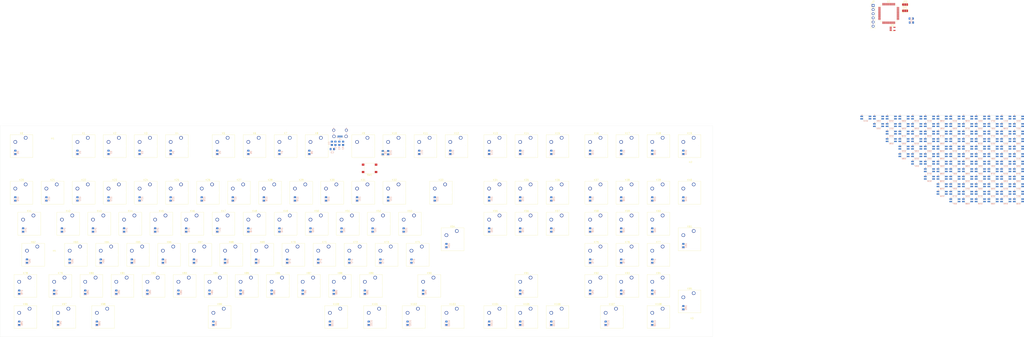
<source format=kicad_pcb>
(kicad_pcb (version 20211014) (generator pcbnew)
  (layers (0 "F.Cu" signal) (31 "B.Cu" signal) (34 "B.Paste" user) (35 "F.Paste" user) (36 "B.SilkS" user "B.Silkscreen") (37 "F.SilkS" user "F.Silkscreen") (38 "B.Mask" user) (39 "F.Mask" user) (44 "Edge.Cuts" user))
  (net 0 "")
  (net 1 "GND")
  (net 2 "VCC")
  (net 3 "Net-(J1-Pad3)")
  (net 4 "Net-(J1-Pad2)")
  (net 6 "Net-(R2-Pad1)")
  (net 7 "Net-(R3-Pad1)")
  (net 9 "/Reset")
  (net 10 "/Row_0")
  (net 11 "/Row_2")
  (net 12 "/Row_3")
  (net 13 "/Row_4")
  (net 14 "/Row_5")
  (net 15 "/Row_6")
  (net 16 "/Col_0")
  (net 17 "/Col_1")
  (net 18 "/Col_2")
  (net 19 "/Col_3")
  (net 20 "/Col_4")
  (net 21 "/Col_5")
  (net 22 "/Col_6")
  (net 23 "/Col_7")
  (net 24 "/Col_8")
  (net 25 "/Col_9")
  (net 26 "/Col_10")
  (net 27 "/Col_11")
  (net 28 "/Col_12")
  (net 29 "/Col_13")
  (net 30 "/Col_14")
  (net 31 "/Col_15")
  (net 32 "/Col_16")
  (net 33 "/Col_17")
  (net 34 "/Col_18")
  (net 35 "/Col_19")
  (net 36 "/Col_20")
  (net 37 "Net-(D0-Pad2)")
  (net 38 "Net-(D1-Pad2)")
  (net 39 "Net-(D2-Pad2)")
  (net 40 "Net-(D3-Pad2)")
  (net 41 "Net-(D4-Pad2)")
  (net 42 "Net-(D5-Pad2)")
  (net 43 "Net-(D6-Pad2)")
  (net 44 "Net-(D7-Pad2)")
  (net 45 "Net-(D8-Pad2)")
  (net 46 "Net-(D9-Pad2)")
  (net 47 "Net-(D10-Pad2)")
  (net 48 "Net-(D11-Pad2)")
  (net 49 "Net-(D12-Pad2)")
  (net 50 "Net-(D13-Pad2)")
  (net 51 "Net-(D14-Pad2)")
  (net 52 "Net-(D15-Pad2)")
  (net 53 "Net-(D16-Pad2)")
  (net 54 "Net-(D17-Pad2)")
  (net 55 "Net-(D18-Pad2)")
  (net 56 "Net-(D19-Pad2)")
  (net 57 "Net-(D20-Pad2)")
  (net 58 "Net-(D21-Pad2)")
  (net 59 "Net-(D22-Pad2)")
  (net 60 "Net-(D23-Pad2)")
  (net 61 "Net-(D24-Pad2)")
  (net 62 "Net-(D25-Pad2)")
  (net 63 "Net-(D26-Pad2)")
  (net 64 "Net-(D27-Pad2)")
  (net 65 "Net-(D28-Pad2)")
  (net 66 "Net-(D29-Pad2)")
  (net 67 "Net-(D30-Pad2)")
  (net 68 "Net-(D31-Pad2)")
  (net 69 "Net-(D32-Pad2)")
  (net 70 "Net-(D33-Pad2)")
  (net 71 "Net-(D34-Pad2)")
  (net 72 "Net-(D35-Pad2)")
  (net 73 "Net-(D36-Pad2)")
  (net 74 "Net-(D37-Pad2)")
  (net 75 "Net-(D38-Pad2)")
  (net 76 "Net-(D39-Pad2)")
  (net 77 "Net-(D40-Pad2)")
  (net 78 "Net-(D41-Pad2)")
  (net 79 "Net-(D42-Pad2)")
  (net 80 "Net-(D43-Pad2)")
  (net 81 "Net-(D44-Pad2)")
  (net 82 "Net-(D45-Pad2)")
  (net 83 "Net-(D46-Pad2)")
  (net 84 "Net-(D47-Pad2)")
  (net 85 "Net-(D48-Pad2)")
  (net 86 "Net-(D49-Pad2)")
  (net 87 "Net-(D50-Pad2)")
  (net 88 "Net-(D51-Pad2)")
  (net 89 "Net-(D52-Pad2)")
  (net 90 "Net-(D53-Pad2)")
  (net 91 "Net-(D54-Pad2)")
  (net 92 "Net-(D55-Pad2)")
  (net 93 "Net-(D56-Pad2)")
  (net 94 "Net-(D57-Pad2)")
  (net 95 "Net-(D58-Pad2)")
  (net 96 "Net-(D59-Pad2)")
  (net 97 "Net-(D60-Pad2)")
  (net 98 "Net-(D61-Pad2)")
  (net 99 "Net-(D62-Pad2)")
  (net 100 "Net-(D63-Pad2)")
  (net 101 "Net-(D64-Pad2)")
  (net 102 "Net-(D65-Pad2)")
  (net 103 "Net-(D66-Pad2)")
  (net 104 "Net-(D67-Pad2)")
  (net 105 "Net-(D68-Pad2)")
  (net 106 "Net-(D69-Pad2)")
  (net 107 "Net-(D70-Pad2)")
  (net 108 "Net-(D71-Pad2)")
  (net 109 "Net-(D72-Pad2)")
  (net 110 "Net-(D73-Pad2)")
  (net 111 "Net-(D74-Pad2)")
  (net 112 "Net-(D75-Pad2)")
  (net 113 "Net-(D76-Pad2)")
  (net 114 "Net-(D77-Pad2)")
  (net 115 "Net-(D78-Pad2)")
  (net 116 "Net-(D79-Pad2)")
  (net 117 "Net-(D80-Pad2)")
  (net 118 "Net-(D81-Pad2)")
  (net 119 "Net-(D82-Pad2)")
  (net 120 "Net-(D83-Pad2)")
  (net 121 "Net-(D84-Pad2)")
  (net 122 "Net-(D85-Pad2)")
  (net 123 "Net-(D86-Pad2)")
  (net 124 "Net-(D87-Pad2)")
  (net 125 "Net-(D88-Pad2)")
  (net 126 "Net-(D89-Pad2)")
  (net 127 "Net-(D90-Pad2)")
  (net 128 "Net-(D91-Pad2)")
  (net 129 "Net-(D92-Pad2)")
  (net 130 "Net-(D93-Pad2)")
  (net 131 "Net-(D94-Pad2)")
  (net 132 "Net-(D95-Pad2)")
  (net 133 "Net-(D96-Pad2)")
  (net 134 "Net-(D97-Pad2)")
  (net 135 "Net-(D98-Pad2)")
  (net 136 "Net-(D99-Pad2)")
  (net 137 "Net-(D100-Pad2)")
  (net 138 "Net-(D101-Pad2)")
  (net 139 "Net-(D102-Pad2)")
  (net 140 "Net-(D103-Pad2)")
  (net 141 "Net-(D104-Pad2)")
  (net 142 "Net-(D105-Pad2)")
  (net 143 "Net-(D106-Pad2)")
  (net 144 "Net-(D107-Pad2)")
  (net 145 "Net-(D108-Pad2)")
  (net 150 "VBUS")
  (net 151 "/SWDIO")
  (net 152 "/SWCLK")
  (net 153 "Net-(JP1-Pad2)")
  (net 154 "Net-(JP2-Pad2)")
  (footprint "Button_Switch_Keyboard:SW_Cherry_MX_1.00u_PCB" (layer "F.Cu") (at 94.45625 116.665)
    (fp_text reference "K0")
    (fp_text value "KEYSW")
  )
  (footprint "MountingHole:MountingHole_3.2mm_M3_DIN965" (layer "F.Cu") (at 502.158 135.382)
    (fp_text reference "H2")
    (fp_text value "MountingHole")
  )
  (footprint "MountingHole:MountingHole_3.2mm_M3_DIN965" (layer "F.Cu") (at 502.92 231.14)
    (fp_text reference "H3")
    (fp_text value "MountingHole")
  )
  (footprint "MountingHole:MountingHole_3.2mm_M3_DIN965" (layer "F.Cu") (at 112.014 189.738)
    (fp_text reference "H4")
    (fp_text value "MountingHole")
  )
  (footprint "Button_Switch_SMD:SW_Push_1P1T_NO_6x6mm_H9.5mm" (layer "F.Cu") (at 305.308 135.382 180)
    (fp_text reference "SW1")
    (fp_text value "Reset_SW")
  )
  (footprint "MountingHole:MountingHole_3.2mm_M3_DIN965" (layer "F.Cu") (at 110.998 120.904)
    (fp_text reference "H1")
    (fp_text value "MountingHole")
  )
  (footprint "Button_Switch_Keyboard:SW_Cherry_MX_1.00u_PCB" (layer "F.Cu") (at 275.43125 116.665)
    (fp_text reference "K8")
    (fp_text value "KEYSW")
  )
  (footprint "Button_Switch_Keyboard:SW_Cherry_MX_1.00u_PCB" (layer "F.Cu") (at 180.18125 164.29)
    (fp_text reference "K45")
    (fp_text value "KEYSW")
  )
  (footprint "Button_Switch_Keyboard:SW_Cherry_MX_1.00u_PCB" (layer "F.Cu") (at 465.93125 116.665)
    (fp_text reference "K17")
    (fp_text value "KEYSW")
  )
  (footprint "Button_Switch_Keyboard:SW_Cherry_MX_2.00u_PCB" (layer "F.Cu") (at 351.63125 145.24)
    (fp_text reference "K33")
    (fp_text value "KEYSW")
  )
  (footprint "Button_Switch_Keyboard:SW_Cherry_MX_1.00u_PCB" (layer "F.Cu") (at 237.33125 164.29)
    (fp_text reference "K48")
    (fp_text value "KEYSW")
  )
  (footprint "Button_Switch_Keyboard:SW_Cherry_MX_1.00u_PCB" (layer "F.Cu") (at 189.70625 145.24)
    (fp_text reference "K25")
    (fp_text value "KEYSW")
  )
  (footprint "Button_Switch_Keyboard:SW_Cherry_MX_1.00u_PCB" (layer "F.Cu") (at 184.94375 183.34)
    (fp_text reference "K66")
    (fp_text value "KEYSW")
  )
  (footprint "Button_Switch_Keyboard:SW_Cherry_MX_1.00u_PCB" (layer "F.Cu") (at 484.98125 202.39)
    (fp_text reference "K94")
    (fp_text value "KEYSW")
  )
  (footprint "Button_Switch_Keyboard:SW_Cherry_MX_1.00u_PCB" (layer "F.Cu") (at 289.71875 202.39)
    (fp_text reference "K88")
    (fp_text value "KEYSW")
  )
  (footprint "Button_Switch_Keyboard:SW_Cherry_MX_1.00u_PCB" (layer "F.Cu") (at 246.85625 145.24)
    (fp_text reference "K28")
    (fp_text value "KEYSW")
  )
  (footprint "Button_Switch_Keyboard:SW_Cherry_MX_1.00u_PCB" (layer "F.Cu") (at 261.14375 183.34)
    (fp_text reference "K70")
    (fp_text value "KEYSW")
  )
  (footprint "Button_Switch_Keyboard:SW_Cherry_MX_1.00u_PCB" (layer "F.Cu") (at 465.93125 183.34)
    (fp_text reference "K76")
    (fp_text value "KEYSW")
  )
  (footprint "Button_Switch_Keyboard:SW_Cherry_MX_1.00u_PCB" (layer "F.Cu") (at 123.03125 164.29)
    (fp_text reference "K42")
    (fp_text value "KEYSW")
  )
  (footprint "Button_Switch_Keyboard:SW_Cherry_MX_1.00u_PCB" (layer "F.Cu") (at 213.51875 202.39)
    (fp_text reference "K84")
    (fp_text value "KEYSW")
  )
  (footprint "Button_Switch_Keyboard:SW_Cherry_MX_1.00u_PCB" (layer "F.Cu") (at 318.29375 183.34)
    (fp_text reference "K73")
    (fp_text value "KEYSW")
  )
  (footprint "Button_Switch_Keyboard:SW_Cherry_MX_1.25u_PCB" (layer "F.Cu") (at 96.8375 221.44)
    (fp_text reference "K96")
    (fp_text value "KEYSW")
  )
  (footprint "Button_Switch_Keyboard:SW_Cherry_MX_1.00u_PCB" (layer "F.Cu") (at 194.46875 202.39)
    (fp_text reference "K83")
    (fp_text value "KEYSW")
  )
  (footprint "Button_Switch_Keyboard:SW_Cherry_MX_1.00u_PCB" (layer "F.Cu") (at 446.88125 145.24)
    (fp_text reference "K37")
    (fp_text value "KEYSW")
  )
  (footprint "Button_Switch_Keyboard:SW_Cherry_MX_1.00u_PCB" (layer "F.Cu") (at 404.01875 202.39)
    (fp_text reference "K91")
    (fp_text value "KEYSW")
  )
  (footprint "Button_Switch_Keyboard:SW_Cherry_MX_1.00u_PCB" (layer "F.Cu") (at 423.06875 116.665)
    (fp_text reference "K15")
    (fp_text value "KEYSW")
  )
  (footprint "Button_Switch_Keyboard:SW_Cherry_MX_1.00u_PCB" (layer "F.Cu") (at 484.98125 145.24)
    (fp_text reference "K39")
    (fp_text value "KEYSW")
  )
  (footprint "Button_Switch_Keyboard:SW_Cherry_MX_1.00u_PCB" (layer "F.Cu") (at 304.00625 145.24)
    (fp_text reference "K31")
    (fp_text value "KEYSW")
  )
  (footprint "Button_Switch_Keyboard:SW_Cherry_MX_1.00u_PCB" (layer "F.Cu") (at 165.89375 183.34)
    (fp_text reference "K65")
    (fp_text value "KEYSW")
  )
  (footprint "Button_Switch_Keyboard:SW_Cherry_MX_1.00u_PCB" (layer "F.Cu") (at 504.03125 116.665)
    (fp_text reference "K19")
    (fp_text value "KEYSW")
  )
  (footprint "Button_Switch_Keyboard:SW_Cherry_MX_1.25u_PCB" (layer "F.Cu") (at 358.775 173.815)
    (fp_text reference "K54")
    (fp_text value "KEYSW")
  )
  (footprint "Button_Switch_Keyboard:SW_Cherry_MX_1.00u_PCB" (layer "F.Cu") (at 384.96875 116.665)
    (fp_text reference "K13")
    (fp_text value "KEYSW")
  )
  (footprint "Button_Switch_Keyboard:SW_Cherry_MX_1.00u_PCB" (layer "F.Cu") (at 465.93125 145.24)
    (fp_text reference "K38")
    (fp_text value "KEYSW")
  )
  (footprint "Button_Switch_Keyboard:SW_Cherry_MX_1.00u_PCB" (layer "F.Cu") (at 151.60625 116.665)
    (fp_text reference "K2")
    (fp_text value "KEYSW")
  )
  (footprint "Button_Switch_Keyboard:SW_Cherry_MX_1.00u_PCB" (layer "F.Cu") (at 504.03125 173.815)
    (fp_text reference "K61")
    (fp_text value "KEYSW")
  )
  (footprint "Package_QFP:LQFP-64_10x10mm_P0.5mm" (layer "F.Cu") (at 623.602 40.415)
    (fp_text reference "U1")
    (fp_text value "STM32F103RBTx")
  )
  (footprint "Button_Switch_Keyboard:SW_Cherry_MX_1.00u_PCB" (layer "F.Cu") (at 137.31875 202.39)
    (fp_text reference "K80")
    (fp_text value "KEYSW")
  )
  (footprint "Button_Switch_Keyboard:SW_Cherry_MX_1.00u_PCB" (layer "F.Cu") (at 161.13125 164.29)
    (fp_text reference "K44")
    (fp_text value "KEYSW")
  )
  (footprint "Button_Switch_Keyboard:SW_Cherry_MX_1.25u_PCB" (layer "F.Cu") (at 287.3375 221.44)
    (fp_text reference "K100")
    (fp_text value "KEYSW")
  )
  (footprint "Button_Switch_Keyboard:SW_Cherry_MX_1.00u_PCB" (layer "F.Cu") (at 142.08125 164.29)
    (fp_text reference "K43")
    (fp_text value "KEYSW")
  )
  (footprint "Button_Switch_Keyboard:SW_Cherry_MX_1.00u_PCB" (layer "F.Cu") (at 384.96875 164.29)
    (fp_text reference "K55")
    (fp_text value "KEYSW")
  )
  (footprint "Button_Switch_Keyboard:SW_Cherry_MX_1.50u_PCB" (layer "F.Cu") (at 99.21875 164.29)
    (fp_text reference "K41")
    (fp_text value "KEYSW")
  )
  (footprint "Button_Switch_Keyboard:SW_Cherry_MX_2.75u_PCB" (layer "F.Cu") (at 344.4875 202.39)
    (fp_text reference "K90")
    (fp_text value "KEYSW")
  )
  (footprint "Button_Switch_Keyboard:SW_Cherry_MX_1.00u_PCB" (layer "F.Cu") (at 446.88125 164.29)
    (fp_text reference "K58")
    (fp_text value "KEYSW")
  )
  (footprint "Button_Switch_Keyboard:SW_Cherry_MX_1.00u_PCB" (layer "F.Cu") (at 323.05625 116.665)
    (fp_text reference "K10")
    (fp_text value "KEYSW")
  )
  (footprint "Button_Switch_Keyboard:SW_Cherry_MX_1.00u_PCB" (layer "F.Cu") (at 208.75625 145.24)
    (fp_text reference "K26")
    (fp_text value "KEYSW")
  )
  (footprint "Button_Switch_Keyboard:SW_Cherry_MX_1.00u_PCB" (layer "F.Cu") (at 299.24375 183.34)
    (fp_text reference "K72")
    (fp_text value "KEYSW")
  )
  (footprint "Button_Switch_Keyboard:SW_Cherry_MX_1.00u_PCB" (layer "F.Cu") (at 227.80625 145.24)
    (fp_text reference "K27")
    (fp_text value "KEYSW")
  )
  (footprint "Jumper:SolderJumper-3_P1.3mm_Open_RoundedPad1.0x1.5mm" (layer "F.Cu") (at 633.652 34.965)
    (fp_text reference "JP2")
    (fp_text value "SolderJumper_3_Open")
  )
  (footprint "Button_Switch_Keyboard:SW_Cherry_MX_1.00u_PCB" (layer "F.Cu") (at 270.66875 202.39)
    (fp_text reference "K87")
    (fp_text value "KEYSW")
  )
  (footprint "Button_Switch_Keyboard:SW_Cherry_MX_1.00u_PCB" (layer "F.Cu") (at 423.06875 221.44)
    (fp_text reference "K106")
    (fp_text value "KEYSW")
  )
  (footprint "Package_TO_SOT_SMD:SOT-23-5" (layer "F.Cu") (at 625.972 49.865)
    (fp_text reference "U2")
    (fp_text value "MCP1804x-3302xOT")
  )
  (footprint "Button_Switch_Keyboard:SW_Cherry_MX_1.00u_PCB" (layer "F.Cu") (at 146.84375 183.34)
    (fp_text reference "K64")
    (fp_text value "KEYSW")
  )
  (footprint "Button_Switch_Keyboard:SW_Cherry_MX_1.00u_PCB" (layer "F.Cu") (at 256.38125 164.29)
    (fp_text reference "K49")
    (fp_text value "KEYSW")
  )
  (footprint "Button_Switch_Keyboard:SW_Cherry_MX_1.00u_PCB" (layer "F.Cu") (at 323.05625 145.24)
    (fp_text reference "K32")
    (fp_text value "KEYSW")
  )
  (footprint "Button_Switch_Keyboard:SW_Cherry_MX_1.00u_PCB" (layer "F.Cu") (at 446.88125 183.34)
    (fp_text reference "K75")
    (fp_text value "KEYSW")
  )
  (footprint "Button_Switch_Keyboard:SW_Cherry_MX_1.00u_PCB" (layer "F.Cu") (at 308.76875 202.39)
    (fp_text reference "K89")
    (fp_text value "KEYSW")
  )
  (footprint "Button_Switch_Keyboard:SW_Cherry_MX_1.00u_PCB" (layer "F.Cu") (at 404.01875 164.29)
    (fp_text reference "K56")
    (fp_text value "KEYSW")
  )
  (footprint "Button_Switch_Keyboard:SW_Cherry_MX_1.00u_PCB" (layer "F.Cu") (at 446.88125 116.665)
    (fp_text reference "K16")
    (fp_text value "KEYSW")
  )
  (footprint "Button_Switch_Keyboard:SW_Cherry_MX_1.00u_PCB" (layer "F.Cu") (at 384.96875 221.44)
    (fp_text reference "K104")
    (fp_text value "KEYSW")
  )
  (footprint "Connector_PinHeader_2.54mm:PinHeader_1x06_P2.54mm_Vertical" (layer "F.Cu") (at 614.052 35.515)
    (fp_text reference "J2")
    (fp_text value "Conn_01x06")
  )
  (footprint "Button_Switch_Keyboard:SW_Cherry_MX_6.25u_PCB" (layer "F.Cu") (at 215.9 221.44)
    (fp_text reference "K99")
    (fp_text value "KEYSW")
  )
  (footprint "Button_Switch_Keyboard:SW_Cherry_MX_1.25u_PCB" (layer "F.Cu") (at 96.8375 202.39)
    (fp_text reference "K78")
    (fp_text value "KEYSW")
  )
  (footprint "Button_Switch_Keyboard:SW_Cherry_MX_1.25u_PCB" (layer "F.Cu") (at 311.15 221.44)
    (fp_text reference "K101")
    (fp_text value "KEYSW")
  )
  (footprint "Button_Switch_Keyboard:SW_Cherry_MX_1.00u_PCB" (layer "F.Cu") (at 256.38125 116.665)
    (fp_text reference "K7")
    (fp_text value "KEYSW")
  )
  (footprint "Button_Switch_Keyboard:SW_Cherry_MX_1.00u_PCB" (layer "F.Cu") (at 404.01875 116.665)
    (fp_text reference "K14")
    (fp_text value "KEYSW")
  )
  (footprint "Button_Switch_Keyboard:SW_Cherry_MX_1.00u_PCB" (layer "F.Cu") (at 132.55625 145.24)
    (fp_text reference "K22")
    (fp_text value "KEYSW")
  )
  (footprint "Button_Switch_Keyboard:SW_Cherry_MX_1.00u_PCB" (layer "F.Cu") (at 170.65625 145.24)
    (fp_text reference "K24")
    (fp_text value "KEYSW")
  )
  (footprint "Button_Switch_Keyboard:SW_Cherry_MX_1.00u_PCB" (layer "F.Cu") (at 218.28125 116.665)
    (fp_text reference "K5")
    (fp_text value "KEYSW")
  )
  (footprint "Button_Switch_Keyboard:SW_Cherry_MX_1.00u_PCB" (layer "F.Cu") (at 465.93125 164.29)
    (fp_text reference "K59")
    (fp_text value "KEYSW")
  )
  (footprint "Button_Switch_Keyboard:SW_Cherry_MX_1.00u_PCB" (layer "F.Cu") (at 384.96875 145.24)
    (fp_text reference "K34")
    (fp_text value "KEYSW")
  )
  (footprint "Button_Switch_Keyboard:SW_Cherry_MX_1.00u_PCB" (layer "F.Cu") (at 199.23125 164.29)
    (fp_text reference "K46")
    (fp_text value "KEYSW")
  )
  (footprint "Button_Switch_Keyboard:SW_Cherry_MX_1.25u_PCB" (layer "F.Cu") (at 358.775 221.44)
    (fp_text reference "K103")
    (fp_text value "KEYSW")
  )
  (footprint "Button_Switch_Keyboard:SW_Cherry_MX_1.00u_PCB" (layer "F.Cu") (at 280.19375 183.34)
    (fp_text reference "K71")
    (fp_text value "KEYSW")
  )
  (footprint "Button_Switch_Keyboard:SW_Cherry_MX_1.00u_PCB" (layer "F.Cu") (at 265.90625 145.24)
    (fp_text reference "K29")
    (fp_text value "KEYSW")
  )
  (footprint "Button_Switch_Keyboard:SW_Cherry_MX_1.00u_PCB" (layer "F.Cu") (at 242.09375 183.34)
    (fp_text reference "K69")
    (fp_text value "KEYSW")
  )
  (footprint "Button_Switch_Keyboard:SW_Cherry_MX_1.00u_PCB" (layer "F.Cu") (at 223.04375 183.34)
    (fp_text reference "K68")
    (fp_text value "KEYSW")
  )
  (footprint "Button_Switch_Keyboard:SW_Cherry_MX_1.00u_PCB" (layer "F.Cu") (at 170.65625 116.665)
    (fp_text reference "K3")
    (fp_text value "KEYSW")
  )
  (footprint "Button_Switch_Keyboard:SW_Cherry_MX_1.00u_PCB" (layer "F.Cu") (at 484.98125 164.29)
    (fp_text reference "K60")
    (fp_text value "KEYSW")
  )
  (footprint "Button_Switch_Keyboard:SW_Cherry_MX_1.00u_PCB" (layer "F.Cu") (at 251.61875 202.39)
    (fp_text reference "K86")
    (fp_text value "KEYSW")
  )
  (footprint "Button_Switch_Keyboard:SW_Cherry_MX_1.00u_PCB" (layer "F.Cu") (at 132.55625 116.665)
    (fp_text reference "K1")
    (fp_text value "KEYSW")
  )
  (footprint "Button_Switch_Keyboard:SW_Cherry_MX_1.00u_PCB" (layer "F.Cu") (at 465.93125 202.39)
    (fp_text reference "K93")
    (fp_text value "KEYSW")
  )
  (footprint "Button_Switch_Keyboard:SW_Cherry_MX_1.00u_PCB" (layer "F.Cu") (at 504.03125 145.24)
    (fp_text reference "K40")
    (fp_text value "KEYSW")
  )
  (footprint "Button_Switch_Keyboard:SW_Cherry_MX_1.00u_PCB" (layer "F.Cu") (at 423.06875 145.24)
    (fp_text reference "K36")
    (fp_text value "KEYSW")
  )
  (footprint "Button_Switch_Keyboard:SW_Cherry_MX_1.00u_PCB" (layer "F.Cu") (at 484.98125 183.34)
    (fp_text reference "K77")
    (fp_text value "KEYSW")
  )
  (footprint "Button_Switch_Keyboard:SW_Cherry_MX_1.00u_PCB" (layer "F.Cu") (at 332.58125 164.29)
    (fp_text reference "K53")
    (fp_text value "KEYSW")
  )
  (footprint "Button_Switch_Keyboard:SW_Cherry_MX_1.00u_PCB" (layer "F.Cu") (at 361.15625 116.665)
    (fp_text reference "K12")
    (fp_text value "KEYSW")
  )
  (footprint "Button_Switch_Keyboard:SW_Cherry_MX_1.00u_PCB" (layer "F.Cu") (at 484.98125 116.665)
    (fp_text reference "K18")
    (fp_text value "KEYSW")
  )
  (footprint "Button_Switch_Keyboard:SW_Cherry_MX_1.00u_PCB" (layer "F.Cu") (at 151.60625 145.24)
    (fp_text reference "K23")
    (fp_text value "KEYSW")
  )
  (footprint "Button_Switch_Keyboard:SW_Cherry_MX_1.00u_PCB" (layer "F.Cu") (at 446.88125 202.39)
    (fp_text reference "K92")
    (fp_text value "KEYSW")
  )
  (footprint "Button_Switch_Keyboard:SW_Cherry_MX_1.00u_PCB" (layer "F.Cu") (at 423.06875 164.29)
    (fp_text reference "K57")
    (fp_text value "KEYSW")
  )
  (footprint "Button_Switch_Keyboard:SW_Cherry_MX_1.00u_PCB" (layer "F.Cu") (at 118.26875 202.39)
    (fp_text reference "K79")
    (fp_text value "KEYSW")
  )
  (footprint "Button_Switch_Keyboard:SW_Cherry_MX_1.00u_PCB" (layer "F.Cu") (at 94.45625 145.24)
    (fp_text reference "K20")
    (fp_text value "KEYSW")
  )
  (footprint "Button_Switch_Keyboard:SW_Cherry_MX_1.75u_PCB" (layer "F.Cu") (at 101.6 183.34)
    (fp_text reference "K62")
    (fp_text value "KEYSW")
  )
  (footprint "Button_Switch_Keyboard:SW_Cherry_MX_1.25u_PCB" (layer "F.Cu") (at 334.9625 221.44)
    (fp_text reference "K102")
    (fp_text value "KEYSW")
  )
  (footprint "Button_Switch_Keyboard:SW_Cherry_MX_1.00u_PCB" (layer "F.Cu") (at 156.36875 202.39)
    (fp_text reference "K81")
    (fp_text value "KEYSW")
  )
  (footprint "Button_Switch_Keyboard:SW_Cherry_MX_1.00u_PCB" (layer "F.Cu") (at 203.99375 183.34)
    (fp_text reference "K67")
    (fp_text value "KEYSW")
  )
  (footprint "Button_Switch_Keyboard:SW_Cherry_MX_1.00u_PCB" (layer "F.Cu") (at 337.34375 183.34)
    (fp_text reference "K74")
    (fp_text value "KEYSW")
  )
  (footprint "Button_Switch_Keyboard:SW_Cherry_MX_1.00u_PCB" (layer "F.Cu") (at 113.50625 145.24)
    (fp_text reference "K21")
    (fp_text value "KEYSW")
  )
  (footprint "Button_Switch_Keyboard:SW_Cherry_MX_1.00u_PCB" (layer "F.Cu") (at 404.01875 145.24)
    (fp_text reference "K35")
    (fp_text value "KEYSW")
  )
  (footprint "Button_Switch_Keyboard:SW_Cherry_MX_1.00u_PCB" (layer "F.Cu") (at 284.95625 145.24)
    (fp_text reference "K30")
    (fp_text value "KEYSW")
  )
  (footprint "Button_Switch_Keyboard:SW_Cherry_MX_1.00u_PCB" (layer "F.Cu") (at 189.70625 116.665)
    (fp_text reference "K4")
    (fp_text value "KEYSW")
  )
  (footprint "Button_Switch_Keyboard:SW_Cherry_MX_1.25u_PCB" (layer "F.Cu") (at 144.4625 221.44)
    (fp_text reference "K98")
    (fp_text value "KEYSW")
  )
  (footprint "Button_Switch_Keyboard:SW_Cherry_MX_1.00u_PCB" (layer "F.Cu") (at 175.41875 202.39)
    (fp_text reference "K82")
    (fp_text value "KEYSW")
  )
  (footprint "Button_Switch_Keyboard:SW_Cherry_MX_1.00u_PCB" (layer "F.Cu") (at 342.10625 116.665)
    (fp_text reference "K11")
    (fp_text value "KEYSW")
  )
  (footprint "Button_Switch_Keyboard:SW_Cherry_MX_1.25u_PCB" (layer "F.Cu") (at 120.65 221.44)
    (fp_text reference "K97")
    (fp_text value "KEYSW")
  )
  (footprint "Button_Switch_Keyboard:SW_Cherry_MX_1.00u_PCB" (layer "F.Cu") (at 484.98125 221.44)
    (fp_text reference "K108")
    (fp_text value "KEYSW")
  )
  (footprint "Button_Switch_Keyboard:SW_Cherry_MX_1.00u_PCB" (layer "F.Cu") (at 404.01875 221.44)
    (fp_text reference "K105")
    (fp_text value "KEYSW")
  )
  (footprint "Button_Switch_Keyboard:SW_Cherry_MX_2.00u_PCB" (layer "F.Cu") (at 456.40625 221.44)
    (fp_text reference "K107")
    (fp_text value "KEYSW")
  )
  (footprint "Button_Switch_Keyboard:SW_Cherry_MX_1.00u_PCB" (layer "F.Cu") (at 294.48125 164.29)
    (fp_text reference "K51")
    (fp_text value "KEYSW")
  )
  (footprint "Button_Switch_Keyboard:SW_Cherry_MX_1.00u_PCB" (layer "F.Cu") (at 218.28125 164.29)
    (fp_text reference "K47")
    (fp_text value "KEYSW")
  )
  (footprint "Button_Switch_Keyboard:SW_Cherry_MX_1.00u_PCB" (layer "F.Cu") (at 237.33125 116.665)
    (fp_text reference "K6")
    (fp_text value "KEYSW")
  )
  (footprint "Button_Switch_Keyboard:SW_Cherry_MX_1.00u_PCB" (layer "F.Cu") (at 313.53125 164.29)
    (fp_text reference "K52")
    (fp_text value "KEYSW")
  )
  (footprint "Button_Switch_Keyboard:SW_Cherry_MX_1.00u_PCB" (layer "F.Cu") (at 304.00625 116.665)
    (fp_text reference "K9")
    (fp_text value "KEYSW")
  )
  (footprint "Button_Switch_Keyboard:SW_Cherry_MX_1.00u_PCB" (layer "F.Cu") (at 232.56875 202.39)
    (fp_text reference "K85")
    (fp_text value "KEYSW")
  )
  (footprint "Jumper:SolderJumper-3_P1.3mm_Open_RoundedPad1.0x1.5mm" (layer "F.Cu") (at 633.652 38.795)
    (fp_text reference "JP1")
    (fp_text value "SolderJumper_3_Open")
  )
  (footprint "Button_Switch_Keyboard:SW_Cherry_MX_1.00u_PCB" (layer "F.Cu") (at 275.43125 164.29)
    (fp_text reference "K50")
    (fp_text value "KEYSW")
  )
  (footprint "Button_Switch_Keyboard:SW_Cherry_MX_1.00u_PCB" (layer "F.Cu") (at 504.03125 211.915)
    (fp_text reference "K95")
    (fp_text value "KEYSW")
  )
  (footprint "Button_Switch_Keyboard:SW_Cherry_MX_1.00u_PCB" (layer "F.Cu") (at 127.79375 183.34)
    (fp_text reference "K63")
    (fp_text value "KEYSW")
  )
  (footprint "Diode_SMD:D_0805_2012Metric_Pad1.15x1.40mm_HandSolder" (layer "B.Cu") (at 88.10625 125.555 90)
    (fp_text reference "D0")
    (fp_text value "D")
  )
  (footprint "Capacitor_SMD:C_0805_2012Metric_Pad1.15x1.40mm_HandSolder" (layer "B.Cu") (at 282.194 120.015 -90)
    (fp_text reference "C1")
    (fp_text value "0.1u")
  )
  (footprint "Capacitor_SMD:C_0805_2012Metric_Pad1.15x1.40mm_HandSolder" (layer "B.Cu") (at 637.54 45.974 180)
    (fp_text reference "C2")
    (fp_text value "0.1u")
  )
  (footprint "Capacitor_SMD:C_0805_2012Metric_Pad1.15x1.40mm_HandSolder" (layer "B.Cu") (at 282.448 123.571 180)
    (fp_text reference "C3")
    (fp_text value "0.1u")
  )
  (footprint "Capacitor_SMD:C_0805_2012Metric_Pad1.15x1.40mm_HandSolder" (layer "B.Cu") (at 284.353 120.015 -90)
    (fp_text reference "C4")
    (fp_text value "0.1u")
  )
  (footprint "Capacitor_SMD:C_0805_2012Metric_Pad1.15x1.40mm_HandSolder" (layer "B.Cu") (at 637.413 43.561 180)
    (fp_text reference "C5")
    (fp_text value "4.7u")
  )
  (footprint "Connector_USB:USB_Micro-B_Wuerth_629105150521_CircularHoles" (layer "B.Cu") (at 287.206 113.941)
    (fp_text reference "J1")
    (fp_text value "USB_B_Micro")
  )
  (footprint "Resistor_SMD:R_0805_2012Metric_Pad1.15x1.40mm_HandSolder" (layer "B.Cu") (at 289.052 120.015 90)
    (fp_text reference "R2")
    (fp_text value "22R")
  )
  (footprint "Resistor_SMD:R_0805_2012Metric_Pad1.15x1.40mm_HandSolder" (layer "B.Cu") (at 286.766 120.015 90)
    (fp_text reference "R3")
    (fp_text value "22R")
  )
  (footprint "Diode_SMD:D_0805_2012Metric_Pad1.15x1.40mm_HandSolder" (layer "B.Cu") (at 478.63125 125.555 90)
    (fp_text reference "D18")
    (fp_text value "D")
  )
  (footprint "specialParts:SK6812-MINI-E" (layer "B.Cu") (at 656.368 122.708 180)
    (fp_text reference "D268")
    (fp_text value "SK6812MINI" hide)
    (fp_line (start 1.7 1.5) (end 1.7 -1.5) (layer "Edge.Cuts") (width 0.12))
    (fp_line (start -1.7 1.5) (end 1.7 1.5) (layer "Edge.Cuts") (width 0.12))
    (fp_line (start -1.7 -1.5) (end -1.7 1.5) (layer "Edge.Cuts") (width 0.12))
    (fp_line (start 1.7 -1.5) (end -1.7 -1.5) (layer "Edge.Cuts") (width 0.12))
  )
  (footprint "Diode_SMD:D_0805_2012Metric_Pad1.15x1.40mm_HandSolder" (layer "B.Cu") (at 121.44375 192.23 90)
    (fp_text reference "D63")
    (fp_text value "D")
  )
  (footprint "specialParts:SK6812-MINI-E" (layer "B.Cu") (at 625.168 108.878 180)
    (fp_text reference "D211")
    (fp_text value "SK6812MINI" hide)
    (fp_line (start -1.7 1.5) (end 1.7 1.5) (layer "Edge.Cuts") (width 0.12))
    (fp_line (start 1.7 -1.5) (end -1.7 -1.5) (layer "Edge.Cuts") (width 0.12))
    (fp_line (start 1.7 1.5) (end 1.7 -1.5) (layer "Edge.Cuts") (width 0.12))
    (fp_line (start -1.7 -1.5) (end -1.7 1.5) (layer "Edge.Cuts") (width 0.12))
  )
  (footprint "specialParts:SK6812-MINI-E" (layer "B.Cu") (at 679.768 136.538 180)
    (fp_text reference "D287")
    (fp_text value "SK6812MINI" hide)
    (fp_line (start 1.7 1.5) (end 1.7 -1.5) (layer "Edge.Cuts") (width 0.12))
    (fp_line (start -1.7 -1.5) (end -1.7 1.5) (layer "Edge.Cuts") (width 0.12))
    (fp_line (start -1.7 1.5) (end 1.7 1.5) (layer "Edge.Cuts") (width 0.12))
    (fp_line (start 1.7 -1.5) (end -1.7 -1.5) (layer "Edge.Cuts") (width 0.12))
  )
  (footprint "specialParts:SK6812-MINI-E" (layer "B.Cu") (at 656.368 113.488 180)
    (fp_text reference "D279")
    (fp_text value "SK6812MINI" hide)
    (fp_line (start 1.7 1.5) (end 1.7 -1.5) (layer "Edge.Cuts") (width 0.12))
    (fp_line (start -1.7 -1.5) (end -1.7 1.5) (layer "Edge.Cuts") (width 0.12))
    (fp_line (start -1.7 1.5) (end 1.7 1.5) (layer "Edge.Cuts") (width 0.12))
    (fp_line (start 1.7 -1.5) (end -1.7 -1.5) (layer "Edge.Cuts") (width 0.12))
  )
  (footprint "Diode_SMD:D_0805_2012Metric_Pad1.15x1.40mm_HandSolder" (layer "B.Cu") (at 416.71875 173.18 90)
    (fp_text reference "D57")
    (fp_text value "D")
  )
  (footprint "specialParts:SK6812-MINI-E" (layer "B.Cu") (at 671.968 104.268 180)
    (fp_text reference "D238")
    (fp_text value "SK6812MINI" hide)
    (fp_line (start -1.7 1.5) (end 1.7 1.5) (layer "Edge.Cuts") (width 0.12))
    (fp_line (start 1.7 -1.5) (end -1.7 -1.5) (layer "Edge.Cuts") (width 0.12))
    (fp_line (start -1.7 -1.5) (end -1.7 1.5) (layer "Edge.Cuts") (width 0.12))
    (fp_line (start 1.7 1.5) (end 1.7 -1.5) (layer "Edge.Cuts") (width 0.12))
  )
  (footprint "specialParts:SK6812-MINI-E" (layer "B.Cu") (at 703.168 122.708 180)
    (fp_text reference "D266")
    (fp_text value "SK6812MINI" hide)
    (fp_line (start -1.7 -1.5) (end -1.7 1.5) (layer "Edge.Cuts") (width 0.12))
    (fp_line (start 1.7 1.5) (end 1.7 -1.5) (layer "Edge.Cuts") (width 0.12))
    (fp_line (start -1.7 1.5) (end 1.7 1.5) (layer "Edge.Cuts") (width 0.12))
    (fp_line (start 1.7 -1.5) (end -1.7 -1.5) (layer "Edge.Cuts") (width 0.12))
  )
  (footprint "specialParts:SK6812-MINI-E" (layer "B.Cu") (at 671.968 113.488 180)
    (fp_text reference "D271")
    (fp_text value "SK6812MINI" hide)
    (fp_line (start 1.7 1.5) (end 1.7 -1.5) (layer "Edge.Cuts") (width 0.12))
    (fp_line (start -1.7 -1.5) (end -1.7 1.5) (layer "Edge.Cuts") (width 0.12))
    (fp_line (start 1.7 -1.5) (end -1.7 -1.5) (layer "Edge.Cuts") (width 0.12))
    (fp_line (start -1.7 1.5) (end 1.7 1.5) (layer "Edge.Cuts") (width 0.12))
  )
  (footprint "Diode_SMD:D_0805_2012Metric_Pad1.15x1.40mm_HandSolder" (layer "B.Cu") (at 307.18125 173.18 90)
    (fp_text reference "D52")
    (fp_text value "D")
  )
  (footprint "Diode_SMD:D_0805_2012Metric_Pad1.15x1.40mm_HandSolder" (layer "B.Cu") (at 138.1125 230.33 90)
    (fp_text reference "D98")
    (fp_text value "D")
  )
  (footprint "Diode_SMD:D_0805_2012Metric_Pad1.15x1.40mm_HandSolder" (layer "B.Cu") (at 397.66875 125.555 90)
    (fp_text reference "D14")
    (fp_text value "D")
  )
  (footprint "Diode_SMD:D_0805_2012Metric_Pad1.15x1.40mm_HandSolder" (layer "B.Cu") (at 211.93125 125.555 90)
    (fp_text reference "D5")
    (fp_text value "D")
  )
  (footprint "Diode_SMD:D_0805_2012Metric_Pad1.15x1.40mm_HandSolder" (layer "B.Cu") (at 497.68125 182.705 90)
    (fp_text reference "D61")
    (fp_text value "D")
  )
  (footprint "Diode_SMD:D_0805_2012Metric_Pad1.15x1.40mm_HandSolder" (layer "B.Cu") (at 302.41875 211.28 90)
    (fp_text reference "D89")
    (fp_text value "D")
  )
  (footprint "Diode_SMD:D_0805_2012Metric_Pad1.15x1.40mm_HandSolder" (layer "B.Cu") (at 221.45625 154.13 90)
    (fp_text reference "D27")
    (fp_text value "D")
  )
  (footprint "specialParts:SK6812-MINI-E" (layer "B.Cu") (at 617.368 108.878 180)
    (fp_text reference "D251")
    (fp_text value "SK6812MINI" hide)
    (fp_line (start 1.7 -1.5) (end -1.7 -1.5) (layer "Edge.Cuts") (width 0.12))
    (fp_line (start 1.7 1.5) (end 1.7 -1.5) (layer "Edge.Cuts") (width 0.12))
    (fp_line (start -1.7 1.5) (end 1.7 1.5) (layer "Edge.Cuts") (width 0.12))
    (fp_line (start -1.7 -1.5) (end -1.7 1.5) (layer "Edge.Cuts") (width 0.12))
  )
  (footprint "specialParts:SK6812-MINI-E" (layer "B.Cu") (at 687.568 154.978 180)
    (fp_text reference "D300")
    (fp_text value "SK6812MINI" hide)
    (fp_line (start -1.7 -1.5) (end -1.7 1.5) (layer "Edge.Cuts") (width 0.12))
    (fp_line (start 1.7 1.5) (end 1.7 -1.5) (layer "Edge.Cuts") (width 0.12))
    (fp_line (start 1.7 -1.5) (end -1.7 -1.5) (layer "Edge.Cuts") (width 0.12))
    (fp_line (start -1.7 1.5) (end 1.7 1.5) (layer "Edge.Cuts") (width 0.12))
  )
  (footprint "Diode_SMD:D_0805_2012Metric_Pad1.15x1.40mm_HandSolder" (layer "B.Cu") (at 297.65625 154.13 90)
    (fp_text reference "D31")
    (fp_text value "D")
  )
  (footprint "specialParts:SK6812-MINI-E" (layer "B.Cu") (at 695.368 104.268 180)
    (fp_text reference "D214")
    (fp_text value "SK6812MINI" hide)
    (fp_line (start -1.7 -1.5) (end -1.7 1.5) (layer "Edge.Cuts") (width 0.12))
    (fp_line (start -1.7 1.5) (end 1.7 1.5) (layer "Edge.Cuts") (width 0.12))
    (fp_line (start 1.7 -1.5) (end -1.7 -1.5) (layer "Edge.Cuts") (width 0.12))
    (fp_line (start 1.7 1.5) (end 1.7 -1.5) (layer "Edge.Cuts") (width 0.12))
  )
  (footprint "Diode_SMD:D_0805_2012Metric_Pad1.15x1.40mm_HandSolder" (layer "B.Cu") (at 197.64375 192.23 90)
    (fp_text reference "D67")
    (fp_text value "D")
  )
  (footprint "specialParts:SK6812-MINI-E" (layer "B.Cu") (at 671.968 108.878 180)
    (fp_text reference "D276")
    (fp_text value "SK6812MINI" hide)
    (fp_line (start 1.7 -1.5) (end -1.7 -1.5) (layer "Edge.Cuts") (width 0.12))
    (fp_line (start 1.7 1.5) (end 1.7 -1.5) (layer "Edge.Cuts") (width 0.12))
    (fp_line (start -1.7 -1.5) (end -1.7 1.5) (layer "Edge.Cuts") (width 0.12))
    (fp_line (start -1.7 1.5) (end 1.7 1.5) (layer "Edge.Cuts") (width 0.12))
  )
  (footprint "specialParts:SK6812-MINI-E" (layer "B.Cu") (at 656.368 131.928 180)
    (fp_text reference "D302")
    (fp_text value "SK6812MINI" hide)
    (fp_line (start 1.7 1.5) (end 1.7 -1.5) (layer "Edge.Cuts") (width 0.12))
    (fp_line (start -1.7 1.5) (end 1.7 1.5) (layer "Edge.Cuts") (width 0.12))
    (fp_line (start -1.7 -1.5) (end -1.7 1.5) (layer "Edge.Cuts") (width 0.12))
    (fp_line (start 1.7 -1.5) (end -1.7 -1.5) (layer "Edge.Cuts") (width 0.12))
  )
  (footprint "specialParts:SK6812-MINI-E" (layer "B.Cu") (at 648.568 136.538 180)
    (fp_text reference "D273")
    (fp_text value "SK6812MINI" hide)
    (fp_line (start -1.7 -1.5) (end -1.7 1.5) (layer "Edge.Cuts") (width 0.12))
    (fp_line (start 1.7 -1.5) (end -1.7 -1.5) (layer "Edge.Cuts") (width 0.12))
    (fp_line (start 1.7 1.5) (end 1.7 -1.5) (layer "Edge.Cuts") (width 0.12))
    (fp_line (start -1.7 1.5) (end 1.7 1.5) (layer "Edge.Cuts") (width 0.12))
  )
  (footprint "specialParts:SK6812-MINI-E" (layer "B.Cu") (at 664.168 127.318 180)
    (fp_text reference "D237")
    (fp_text value "SK6812MINI" hide)
    (fp_line (start -1.7 1.5) (end 1.7 1.5) (layer "Edge.Cuts") (width 0.12))
    (fp_line (start 1.7 1.5) (end 1.7 -1.5) (layer "Edge.Cuts") (width 0.12))
    (fp_line (start 1.7 -1.5) (end -1.7 -1.5) (layer "Edge.Cuts") (width 0.12))
    (fp_line (start -1.7 -1.5) (end -1.7 1.5) (layer "Edge.Cuts") (width 0.12))
  )
  (footprint "Diode_SMD:D_0805_2012Metric_Pad1.15x1.40mm_HandSolder" (layer "B.Cu") (at 140.49375 192.23 90)
    (fp_text reference "D64")
    (fp_text value "D")
  )
  (footprint "Diode_SMD:D_0805_2012Metric_Pad1.15x1.40mm_HandSolder" (layer "B.Cu") (at 273.84375 192.23 90)
    (fp_text reference "D71")
    (fp_text value "D")
  )
  (footprint "Diode_SMD:D_0805_2012Metric_Pad1.15x1.40mm_HandSolder" (layer "B.Cu") (at 188.11875 211.28 90)
    (fp_text reference "D83")
    (fp_text value "D")
  )
  (footprint "specialParts:SK6812-MINI-E" (layer "B.Cu") (at 679.768 127.318 180)
    (fp_text reference "D250")
    (fp_text value "SK6812MINI" hide)
    (fp_line (start 1.7 1.5) (end 1.7 -1.5) (layer "Edge.Cuts") (width 0.12))
    (fp_line (start 1.7 -1.5) (end -1.7 -1.5) (layer "Edge.Cuts") (width 0.12))
    (fp_line (start -1.7 1.5) (end 1.7 1.5) (layer "Edge.Cuts") (width 0.12))
    (fp_line (start -1.7 -1.5) (end -1.7 1.5) (layer "Edge.Cuts") (width 0.12))
  )
  (footprint "Diode_SMD:D_0805_2012Metric_Pad1.15x1.40mm_HandSolder" (layer "B.Cu") (at 378.61875 173.18 90)
    (fp_text reference "D55")
    (fp_text value "D")
  )
  (footprint "Diode_SMD:D_0805_2012Metric_Pad1.15x1.40mm_HandSolder" (layer "B.Cu") (at 178.59375 192.23 90)
    (fp_text reference "D66")
    (fp_text value "D")
  )
  (footprint "Diode_SMD:D_0805_2012Metric_Pad1.15x1.40mm_HandSolder" (layer "B.Cu") (at 316.70625 154.13 90)
    (fp_text reference "D32")
    (fp_text value "D")
  )
  (footprint "Diode_SMD:D_0805_2012Metric_Pad1.15x1.40mm_HandSolder" (layer "B.Cu") (at 378.61875 230.33 90)
    (fp_text reference "D104")
    (fp_text value "D")
  )
  (footprint "Diode_SMD:D_0805_2012Metric_Pad1.15x1.40mm_HandSolder" (layer "B.Cu") (at 478.63125 230.33 90)
    (fp_text reference "D108")
    (fp_text value "D")
  )
  (footprint "Diode_SMD:D_0805_2012Metric_Pad1.15x1.40mm_HandSolder" (layer "B.Cu") (at 159.54375 192.23 90)
    (fp_text reference "D65")
    (fp_text value "D")
  )
  (footprint "Diode_SMD:D_0805_2012Metric_Pad1.15x1.40mm_HandSolder" (layer "B.Cu") (at 345.28125 154.13 90)
    (fp_text reference "D33")
    (fp_text value "D")
  )
  (footprint "specialParts:SK6812-MINI-E" (layer "B.Cu") (at 609.568 104.268 180)
    (fp_text reference "D243")
    (fp_text value "SK6812MINI" hide)
    (fp_line (start -1.7 -1.5) (end -1.7 1.5) (layer "Edge.Cuts") (width 0.12))
    (fp_line (start 1.7 -1.5) (end -1.7 -1.5) (layer "Edge.Cuts") (width 0.12))
    (fp_line (start 1.7 1.5) (end 1.7 -1.5) (layer "Edge.Cuts") (width 0.12))
    (fp_line (start -1.7 1.5) (end 1.7 1.5) (layer "Edge.Cuts") (width 0.12))
  )
  (footprint "specialParts:SK6812-MINI-E" (layer "B.Cu") (at 671.968 150.368 180)
    (fp_text reference "D232")
    (fp_text value "SK6812MINI" hide)
    (fp_line (start -1.7 -1.5) (end -1.7 1.5) (layer "Edge.Cuts") (width 0.12))
    (fp_line (start -1.7 1.5) (end 1.7 1.5) (layer "Edge.Cuts") (width 0.12))
    (fp_line (start 1.7 1.5) (end 1.7 -1.5) (layer "Edge.Cuts") (width 0.12))
    (fp_line (start 1.7 -1.5) (end -1.7 -1.5) (layer "Edge.Cuts") (width 0.12))
  )
  (footprint "Diode_SMD:D_0805_2012Metric_Pad1.15x1.40mm_HandSolder" (layer "B.Cu") (at 478.63125 154.13 90)
    (fp_text reference "D39")
    (fp_text value "D")
  )
  (footprint "specialParts:SK6812-MINI-E" (layer "B.Cu") (at 664.168 145.758 180)
    (fp_text reference "D297")
    (fp_text value "SK6812MINI" hide)
    (fp_line (start -1.7 -1.5) (end -1.7 1.5) (layer "Edge.Cuts") (width 0.12))
    (fp_line (start 1.7 1.5) (end 1.7 -1.5) (layer "Edge.Cuts") (width 0.12))
    (fp_line (start 1.7 -1.5) (end -1.7 -1.5) (layer "Edge.Cuts") (width 0.12))
    (fp_line (start -1.7 1.5) (end 1.7 1.5) (layer "Edge.Cuts") (width 0.12))
  )
  (footprint "Diode_SMD:D_0805_2012Metric_Pad1.15x1.40mm_HandSolder" (layer "B.Cu") (at 397.66875 211.28 90)
    (fp_text reference "D91")
    (fp_text value "D")
  )
  (footprint "specialParts:SK6812-MINI-E" (layer "B.Cu") (at 656.368 136.538 180)
    (fp_text reference "D306")
    (fp_text value "SK6812MINI" hide)
    (fp_line (start -1.7 -1.5) (end -1.7 1.5) (layer "Edge.Cuts") (width 0.12))
    (fp_line (start 1.7 1.5) (end 1.7 -1.5) (layer "Edge.Cuts") (width 0.12))
    (fp_line (start -1.7 1.5) (end 1.7 1.5) (layer "Edge.Cuts") (width 0.12))
    (fp_line (start 1.7 -1.5) (end -1.7 -1.5) (layer "Edge.Cuts") (width 0.12))
  )
  (footprint "Diode_SMD:D_0805_2012Metric_Pad1.15x1.40mm_HandSolder" (layer "B.Cu") (at 264.31875 211.28 90)
    (fp_text reference "D87")
    (fp_text value "D")
  )
  (footprint "Diode_SMD:D_0805_2012Metric_Pad1.15x1.40mm_HandSolder" (layer "B.Cu") (at 90.4875 230.33 90)
    (fp_text reference "D96")
    (fp_text value "D")
  )
  (footprint "Diode_SMD:D_0805_2012Metric_Pad1.15x1.40mm_HandSolder" (layer "B.Cu") (at 440.53125 154.13 90)
    (fp_text reference "D37")
    (fp_text value "D")
  )
  (footprint "specialParts:SK6812-MINI-E" (layer "B.Cu") (at 671.968 118.098 180)
    (fp_text reference "D204")
    (fp_text value "SK6812MINI" hide)
    (fp_line (start -1.7 1.5) (end 1.7 1.5) (layer "Edge.Cuts") (width 0.12))
    (fp_line (start 1.7 -1.5) (end -1.7 -1.5) (layer "Edge.Cuts") (width 0.12))
    (fp_line (start -1.7 -1.5) (end -1.7 1.5) (layer "Edge.Cuts") (width 0.12))
    (fp_line (start 1.7 1.5) (end 1.7 -1.5) (layer "Edge.Cuts") (width 0.12))
  )
  (footprint "specialParts:SK6812-MINI-E" (layer "B.Cu") (at 695.368 154.978 180)
    (fp_text reference "D293")
    (fp_text value "SK6812MINI" hide)
    (fp_line (start -1.7 -1.5) (end -1.7 1.5) (layer "Edge.Cuts") (width 0.12))
    (fp_line (start 1.7 -1.5) (end -1.7 -1.5) (layer "Edge.Cuts") (width 0.12))
    (fp_line (start -1.7 1.5) (end 1.7 1.5) (layer "Edge.Cuts") (width 0.12))
    (fp_line (start 1.7 1.5) (end 1.7 -1.5) (layer "Edge.Cuts") (width 0.12))
  )
  (footprint "specialParts:SK6812-MINI-E" (layer "B.Cu") (at 632.968 113.488 180)
    (fp_text reference "D248")
    (fp_text value "SK6812MINI" hide)
    (fp_line (start 1.7 1.5) (end 1.7 -1.5) (layer "Edge.Cuts") (width 0.12))
    (fp_line (start -1.7 1.5) (end 1.7 1.5) (layer "Edge.Cuts") (width 0.12))
    (fp_line (start -1.7 -1.5) (end -1.7 1.5) (layer "Edge.Cuts") (width 0.12))
    (fp_line (start 1.7 -1.5) (end -1.7 -1.5) (layer "Edge.Cuts") (width 0.12))
  )
  (footprint "Diode_SMD:D_0805_2012Metric_Pad1.15x1.40mm_HandSolder" (layer "B.Cu") (at 135.73125 173.18 90)
    (fp_text reference "D43")
    (fp_text value "D")
  )
  (footprint "specialParts:SK6812-MINI-E" (layer "B.Cu") (at 625.168 113.488 180)
    (fp_text reference "D254")
    (fp_text value "SK6812MINI" hide)
    (fp_line (start 1.7 -1.5) (end -1.7 -1.5) (layer "Edge.Cuts") (width 0.12))
    (fp_line (start -1.7 1.5) (end 1.7 1.5) (layer "Edge.Cuts") (width 0.12))
    (fp_line (start 1.7 1.5) (end 1.7 -1.5) (layer "Edge.Cuts") (width 0.12))
    (fp_line (start -1.7 -1.5) (end -1.7 1.5) (layer "Edge.Cuts") (width 0.12))
  )
  (footprint "specialParts:SK6812-MINI-E" (layer "B.Cu") (at 695.368 136.538 180)
    (fp_text reference "D219")
    (fp_text value "SK6812MINI" hide)
    (fp_line (start -1.7 -1.5) (end -1.7 1.5) (layer "Edge.Cuts") (width 0.12))
    (fp_line (start -1.7 1.5) (end 1.7 1.5) (layer "Edge.Cuts") (width 0.12))
    (fp_line (start 1.7 1.5) (end 1.7 -1.5) (layer "Edge.Cuts") (width 0.12))
    (fp_line (start 1.7 -1.5) (end -1.7 -1.5) (layer "Edge.Cuts") (width 0.12))
  )
  (footprint "Diode_SMD:D_0805_2012Metric_Pad1.15x1.40mm_HandSolder" (layer "B.Cu") (at 397.66875 173.18 90)
    (fp_text reference "D56")
    (fp_text value "D")
  )
  (footprint "specialParts:SK6812-MINI-E" (layer "B.Cu") (at 656.368 118.098 180)
    (fp_text reference "D305")
    (fp_text value "SK6812MINI" hide)
    (fp_line (start -1.7 -1.5) (end -1.7 1.5) (layer "Edge.Cuts") (width 0.12))
    (fp_line (start 1.7 -1.5) (end -1.7 -1.5) (layer "Edge.Cuts") (width 0.12))
    (fp_line (start -1.7 1.5) (end 1.7 1.5) (layer "Edge.Cuts") (width 0.12))
    (fp_line (start 1.7 1.5) (end 1.7 -1.5) (layer "Edge.Cuts") (width 0.12))
  )
  (footprint "Diode_SMD:D_0805_2012Metric_Pad1.15x1.40mm_HandSolder" (layer "B.Cu") (at 130.96875 211.28 90)
    (fp_text reference "D80")
    (fp_text value "D")
  )
  (footprint "specialParts:SK6812-MINI-E" (layer "B.Cu") (at 664.168 150.368 180)
    (fp_text reference "D275")
    (fp_text value "SK6812MINI" hide)
    (fp_line (start 1.7 -1.5) (end -1.7 -1.5) (layer "Edge.Cuts") (width 0.12))
    (fp_line (start -1.7 -1.5) (end -1.7 1.5) (layer "Edge.Cuts") (width 0.12))
    (fp_line (start 1.7 1.5) (end 1.7 -1.5) (layer "Edge.Cuts") (width 0.12))
    (fp_line (start -1.7 1.5) (end 1.7 1.5) (layer "Edge.Cuts") (width 0.12))
  )
  (footprint "specialParts:SK6812-MINI-E" (layer "B.Cu") (at 679.768 141.148 180)
    (fp_text reference "D224")
    (fp_text value "SK6812MINI" hide)
    (fp_line (start 1.7 -1.5) (end -1.7 -1.5) (layer "Edge.Cuts") (width 0.12))
    (fp_line (start -1.7 -1.5) (end -1.7 1.5) (layer "Edge.Cuts") (width 0.12))
    (fp_line (start 1.7 1.5) (end 1.7 -1.5) (layer "Edge.Cuts") (width 0.12))
    (fp_line (start -1.7 1.5) (end 1.7 1.5) (layer "Edge.Cuts") (width 0.12))
  )
  (footprint "specialParts:SK6812-MINI-E" (layer "B.Cu") (at 703.168 118.098 180)
    (fp_text reference "D260")
    (fp_text value "SK6812MINI" hide)
    (fp_line (start 1.7 -1.5) (end -1.7 -1.5) (layer "Edge.Cuts") (width 0.12))
    (fp_line (start -1.7 -1.5) (end -1.7 1.5) (layer "Edge.Cuts") (width 0.12))
    (fp_line (start -1.7 1.5) (end 1.7 1.5) (layer "Edge.Cuts") (width 0.12))
    (fp_line (start 1.7 1.5) (end 1.7 -1.5) (layer "Edge.Cuts") (width 0.12))
  )
  (footprint "specialParts:SK6812-MINI-E" (layer "B.Cu") (at 656.368 108.878 180)
    (fp_text reference "D291")
    (fp_text value "SK6812MINI" hide)
    (fp_line (start -1.7 1.5) (end 1.7 1.5) (layer "Edge.Cuts") (width 0.12))
    (fp_line (start 1.7 1.5) (end 1.7 -1.5) (layer "Edge.Cuts") (width 0.12))
    (fp_line (start -1.7 -1.5) (end -1.7 1.5) (layer "Edge.Cuts") (width 0.12))
    (fp_line (start 1.7 -1.5) (end -1.7 -1.5) (layer "Edge.Cuts") (width 0.12))
  )
  (footprint "Diode_SMD:D_0805_2012Metric_Pad1.15x1.40mm_HandSolder" (layer "B.Cu") (at 88.10625 154.13 90)
    (fp_text reference "D20")
    (fp_text value "D")
  )
  (footprint "specialParts:SK6812-MINI-E" (layer "B.Cu") (at 664.168 136.538 180)
    (fp_text reference "D267")
    (fp_text value "SK6812MINI" hide)
    (fp_line (start 1.7 1.5) (end 1.7 -1.5) (layer "Edge.Cuts") (width 0.12))
    (fp_line (start -1.7 -1.5) (end -1.7 1.5) (layer "Edge.Cuts") (width 0.12))
    (fp_line (start 1.7 -1.5) (end -1.7 -1.5) (layer "Edge.Cuts") (width 0.12))
    (fp_line (start -1.7 1.5) (end 1.7 1.5) (layer "Edge.Cuts") (width 0.12))
  )
  (footprint "specialParts:SK6812-MINI-E" (layer "B.Cu") (at 695.368 113.488 180)
    (fp_text reference "D206")
    (fp_text value "SK6812MINI" hide)
    (fp_line (start 1.7 -1.5) (end -1.7 -1.5) (layer "Edge.Cuts") (width 0.12))
    (fp_line (start 1.7 1.5) (end 1.7 -1.5) (layer "Edge.Cuts") (width 0.12))
    (fp_line (start -1.7 1.5) (end 1.7 1.5) (layer "Edge.Cuts") (width 0.12))
    (fp_line (start -1.7 -1.5) (end -1.7 1.5) (layer "Edge.Cuts") (width 0.12))
  )
  (footprint "specialParts:SK6812-MINI-E" (layer "B.Cu") (at 640.768 108.878 180)
    (fp_text reference "D205")
    (fp_text value "SK6812MINI" hide)
    (fp_line (start 1.7 -1.5) (end -1.7 -1.5) (layer "Edge.Cuts") (width 0.12))
    (fp_line (start -1.7 -1.5) (end -1.7 1.5) (layer "Edge.Cuts") (width 0.12))
    (fp_line (start 1.7 1.5) (end 1.7 -1.5) (layer "Edge.Cuts") (width 0.12))
    (fp_line (start -1.7 1.5) (end 1.7 1.5) (layer "Edge.Cuts") (width 0.12))
  )
  (footprint "Diode_SMD:D_0805_2012Metric_Pad1.15x1.40mm_HandSolder" (layer "B.Cu") (at 116.68125 173.18 90)
    (fp_text reference "D42")
    (fp_text value "D")
  )
  (footprint "specialParts:SK6812-MINI-E" (layer "B.Cu") (at 648.568 118.098 180)
    (fp_text reference "D295")
    (fp_text value "SK6812MINI" hide)
    (fp_line (start -1.7 1.5) (end 1.7 1.5) (layer "Edge.Cuts") (width 0.12))
    (fp_line (start -1.7 -1.5) (end -1.7 1.5) (layer "Edge.Cuts") (width 0.12))
    (fp_line (start 1.7 1.5) (end 1.7 -1.5) (layer "Edge.Cuts") (width 0.12))
    (fp_line (start 1.7 -1.5) (end -1.7 -1.5) (layer "Edge.Cuts") (width 0.12))
  )
  (footprint "Diode_SMD:D_0805_2012Metric_Pad1.15x1.40mm_HandSolder" (layer "B.Cu") (at 440.53125 211.28 90)
    (fp_text reference "D92")
    (fp_text value "D")
  )
  (footprint "specialParts:SK6812-MINI-E" (layer "B.Cu") (at 703.168 145.758 180)
    (fp_text reference "D244")
    (fp_text value "SK6812MINI" hide)
    (fp_line (start 1.7 -1.5) (end -1.7 -1.5) (layer "Edge.Cuts") (width 0.12))
    (fp_line (start -1.7 -1.5) (end -1.7 1.5) (layer "Edge.Cuts") (width 0.12))
    (fp_line (start -1.7 1.5) (end 1.7 1.5) (layer "Edge.Cuts") (width 0.12))
    (fp_line (start 1.7 1.5) (end 1.7 -1.5) (layer "Edge.Cuts") (width 0.12))
  )
  (footprint "Diode_SMD:D_0805_2012Metric_Pad1.15x1.40mm_HandSolder" (layer "B.Cu") (at 209.55 230.33 90)
    (fp_text reference "D99")
    (fp_text value "D")
  )
  (footprint "Diode_SMD:D_0805_2012Metric_Pad1.15x1.40mm_HandSolder" (layer "B.Cu") (at 316.70625 125.73 90)
    (fp_text reference "D10")
    (fp_text value "D")
  )
  (footprint "Diode_SMD:D_0805_2012Metric_Pad1.15x1.40mm_HandSolder" (layer "B.Cu") (at 230.98125 125.555 90)
    (fp_text reference "D6")
    (fp_text value "D")
  )
  (footprint "specialParts:SK6812-MINI-E" (layer "B.Cu") (at 656.368 145.758 180)
    (fp_text reference "D258")
    (fp_text value "SK6812MINI" hide)
    (fp_line (start -1.7 1.5) (end 1.7 1.5) (layer "Edge.Cuts") (width 0.12))
    (fp_line (start 1.7 -1.5) (end -1.7 -1.5) (layer "Edge.Cuts") (width 0.12))
    (fp_line (start 1.7 1.5) (end 1.7 -1.5) (layer "Edge.Cuts") (width 0.12))
    (fp_line (start -1.7 -1.5) (end -1.7 1.5) (layer "Edge.Cuts") (width 0.12))
  )
  (footprint "specialParts:SK6812-MINI-E" (layer "B.Cu") (at 687.568 108.878 180)
    (fp_text reference "D207")
    (fp_text value "SK6812MINI" hide)
    (fp_line (start 1.7 1.5) (end 1.7 -1.5) (layer "Edge.Cuts") (width 0.12))
    (fp_line (start -1.7 -1.5) (end -1.7 1.5) (layer "Edge.Cuts") (width 0.12))
    (fp_line (start 1.7 -1.5) (end -1.7 -1.5) (layer "Edge.Cuts") (width 0.12))
    (fp_line (start -1.7 1.5) (end 1.7 1.5) (layer "Edge.Cuts") (width 0.12))
  )
  (footprint "Diode_SMD:D_0805_2012Metric_Pad1.15x1.40mm_HandSolder" (layer "B.Cu") (at 354.80625 125.555 90)
    (fp_text reference "D12")
    (fp_text value "D")
  )
  (footprint "Diode_SMD:D_0805_2012Metric_Pad1.15x1.40mm_HandSolder" (layer "B.Cu") (at 288.13125 173.18 90)
    (fp_text reference "D51")
    (fp_text value "D")
  )
  (footprint "Diode_SMD:D_0805_2012Metric_Pad1.15x1.40mm_HandSolder" (layer "B.Cu") (at 114.3 230.33 90)
    (fp_text reference "D97")
    (fp_text value "D")
  )
  (footprint "specialParts:SK6812-MINI-E" (layer "B.Cu") (at 703.168 104.268 180)
    (fp_text reference "D231")
    (fp_text value "SK6812MINI" hide)
    (fp_line (start -1.7 1.5) (end 1.7 1.5) (layer "Edge.Cuts") (width 0.12))
    (fp_line (start -1.7 -1.5) (end -1.7 1.5) (layer "Edge.Cuts") (width 0.12))
    (fp_line (start 1.7 -1.5) (end -1.7 -1.5) (layer "Edge.Cuts") (width 0.12))
    (fp_line (start 1.7 1.5) (end 1.7 -1.5) (layer "Edge.Cuts") (width 0.12))
  )
  (footprint "Diode_SMD:D_0805_2012Metric_Pad1.15x1.40mm_HandSolder" (layer "B.Cu") (at 416.71875 230.33 90)
    (fp_text reference "D106")
    (fp_text value "D")
  )
  (footprint "Diode_SMD:D_0805_2012Metric_Pad1.15x1.40mm_HandSolder" (layer "B.Cu") (at 292.89375 192.23 90)
    (fp_text reference "D72")
    (fp_text value "D")
  )
  (footprint "specialParts:SK6812-MINI-E" (layer "B.Cu") (at 671.968 131.928 180)
    (fp_text reference "D289")
    (fp_text value "SK6812MINI" hide)
    (fp_line (start -1.7 -1.5) (end -1.7 1.5) (layer "Edge.Cuts") (width 0.12))
    (fp_line (start -1.7 1.5) (end 1.7 1.5) (layer "Edge.Cuts") (width 0.12))
    (fp_line (start 1.7 1.5) (end 1.7 -1.5) (layer "Edge.Cuts") (width 0.12))
    (fp_line (start 1.7 -1.5) (end -1.7 -1.5) (layer "Edge.Cuts") (width 0.12))
  )
  (footprint "specialParts:SK6812-MINI-E" (layer "B.Cu") (at 695.368 108.878 180)
    (fp_text reference "D298")
    (fp_text value "SK6812MINI" hide)
    (fp_line (start 1.7 -1.5) (end -1.7 -1.5) (layer "Edge.Cuts") (width 0.12))
    (fp_line (start -1.7 -1.5) (end -1.7 1.5) (layer "Edge.Cuts") (width 0.12))
    (fp_line (start -1.7 1.5) (end 1.7 1.5) (layer "Edge.Cuts") (width 0.12))
    (fp_line (start 1.7 1.5) (end 1.7 -1.5) (layer "Edge.Cuts") (width 0.12))
  )
  (footprint "specialParts:SK6812-MINI-E" (layer "B.Cu") (at 640.768 131.928 180)
    (fp_text reference "D257")
    (fp_text value "SK6812MINI" hide)
    (fp_line (start 1.7 1.5) (end 1.7 -1.5) (layer "Edge.Cuts") (width 0.12))
    (fp_line (start 1.7 -1.5) (end -1.7 -1.5) (layer "Edge.Cuts") (width 0.12))
    (fp_line (start -1.7 -1.5) (end -1.7 1.5) (layer "Edge.Cuts") (width 0.12))
    (fp_line (start -1.7 1.5) (end 1.7 1.5) (layer "Edge.Cuts") (width 0.12))
  )
  (footprint "Diode_SMD:D_0805_2012Metric_Pad1.15x1.40mm_HandSolder" (layer "B.Cu") (at 254.79375 192.23 90)
    (fp_text reference "D70")
    (fp_text value "D")
  )
  (footprint "specialParts:SK6812-MINI-E" (layer "B.Cu") (at 640.768 118.098 180)
    (fp_text reference "D218")
    (fp_text value "SK6812MINI" hide)
    (fp_line (start 1.7 1.5) (end 1.7 -1.5) (layer "Edge.Cuts") (width 0.12))
    (fp_line (start -1.7 1.5) (end 1.7 1.5) (layer "Edge.Cuts") (width 0.12))
    (fp_line (start -1.7 -1.5) (end -1.7 1.5) (layer "Edge.Cuts") (width 0.12))
    (fp_line (start 1.7 -1.5) (end -1.7 -1.5) (layer "Edge.Cuts") (width 0.12))
  )
  (footprint "Diode_SMD:D_0805_2012Metric_Pad1.15x1.40mm_HandSolder" (layer "B.Cu") (at 183.35625 154.13 90)
    (fp_text reference "D25")
    (fp_text value "D")
  )
  (footprint "specialParts:SK6812-MINI-E" (layer "B.Cu") (at 656.368 150.368 180)
    (fp_text reference "D235")
    (fp_text value "SK6812MINI" hide)
    (fp_line (start -1.7 -1.5) (end -1.7 1.5) (layer "Edge.Cuts") (width 0.12))
    (fp_line (start 1.7 1.5) (end 1.7 -1.5) (layer "Edge.Cuts") (width 0.12))
    (fp_line (start 1.7 -1.5) (end -1.7 -1.5) (layer "Edge.Cuts") (width 0.12))
    (fp_line (start -1.7 1.5) (end 1.7 1.5) (layer "Edge.Cuts") (width 0.12))
  )
  (footprint "Diode_SMD:D_0805_2012Metric_Pad1.15x1.40mm_HandSolder" (layer "B.Cu") (at 202.40625 154.13 90)
    (fp_text reference "D26")
    (fp_text value "D")
  )
  (footprint "specialParts:SK6812-MINI-E" (layer "B.Cu") (at 656.368 127.318 180)
    (fp_text reference "D299")
    (fp_text value "SK6812MINI" hide)
    (fp_line (start -1.7 -1.5) (end -1.7 1.5) (layer "Edge.Cuts") (width 0.12))
    (fp_line (start 1.7 1.5) (end 1.7 -1.5) (layer "Edge.Cuts") (width 0.12))
    (fp_line (start 1.7 -1.5) (end -1.7 -1.5) (layer "Edge.Cuts") (width 0.12))
    (fp_line (start -1.7 1.5) (end 1.7 1.5) (layer "Edge.Cuts") (width 0.12))
  )
  (footprint "specialParts:SK6812-MINI-E" (layer "B.Cu") (at 648.568 122.708 180)
    (fp_text reference "D303")
    (fp_text value "SK6812MINI" hide)
    (fp_line (start 1.7 -1.5) (end -1.7 -1.5) (layer "Edge.Cuts") (width 0.12))
    (fp_line (start -1.7 1.5) (end 1.7 1.5) (layer "Edge.Cuts") (width 0.12))
    (fp_line (start 1.7 1.5) (end 1.7 -1.5) (layer "Edge.Cuts") (width 0.12))
    (fp_line (start -1.7 -1.5) (end -1.7 1.5) (layer "Edge.Cuts") (width 0.12))
  )
  (footprint "specialParts:SK6812-MINI-E" (layer "B.Cu") (at 625.168 104.268 180)
    (fp_text reference "D253")
    (fp_text value "SK6812MINI" hide)
    (fp_line (start 1.7 1.5) (end 1.7 -1.5) (layer "Edge.Cuts") (width 0.12))
    (fp_line (start -1.7 -1.5) (end -1.7 1.5) (layer "Edge.Cuts") (width 0.12))
    (fp_line (start -1.7 1.5) (end 1.7 1.5) (layer "Edge.Cuts") (width 0.12))
    (fp_line (start 1.7 -1.5) (end -1.7 -1.5) (layer "Edge.Cuts") (width 0.12))
  )
  (footprint "specialParts:SK6812-MINI-E" (layer "B.Cu") (at 664.168 122.708 180)
    (fp_text reference "D240")
    (fp_text value "SK6812MINI" hide)
    (fp_line (start -1.7 1.5) (end 1.7 1.5) (layer "Edge.Cuts") (width 0.12))
    (fp_line (start 1.7 1.5) (end 1.7 -1.5) (layer "Edge.Cuts") (width 0.12))
    (fp_line (start -1.7 -1.5) (end -1.7 1.5) (layer "Edge.Cuts") (width 0.12))
    (fp_line (start 1.7 -1.5) (end -1.7 -1.5) (layer "Edge.Cuts") (width 0.12))
  )
  (footprint "specialParts:SK6812-MINI-E" (layer "B.Cu") (at 687.568 131.928 180)
    (fp_text reference "D294")
    (fp_text value "SK6812MINI" hide)
    (fp_line (start 1.7 1.5) (end 1.7 -1.5) (layer "Edge.Cuts") (width 0.12))
    (fp_line (start -1.7 1.5) (end 1.7 1.5) (layer "Edge.Cuts") (width 0.12))
    (fp_line (start 1.7 -1.5) (end -1.7 -1.5) (layer "Edge.Cuts") (width 0.12))
    (fp_line (start -1.7 -1.5) (end -1.7 1.5) (layer "Edge.Cuts") (width 0.12))
  )
  (footprint "specialParts:SK6812-MINI-E" (layer "B.Cu") (at 695.368 141.148 180)
    (fp_text reference "D283")
    (fp_text value "SK6812MINI" hide)
    (fp_line (start 1.7 -1.5) (end -1.7 -1.5) (layer "Edge.Cuts") (width 0.12))
    (fp_line (start 1.7 1.5) (end 1.7 -1.5) (layer "Edge.Cuts") (width 0.12))
    (fp_line (start -1.7 1.5) (end 1.7 1.5) (layer "Edge.Cuts") (width 0.12))
    (fp_line (start -1.7 -1.5) (end -1.7 1.5) (layer "Edge.Cuts") (width 0.12))
  )
  (footprint "specialParts:SK6812-MINI-E" (layer "B.Cu") (at 664.168 131.928 180)
    (fp_text reference "D242")
    (fp_text value "SK6812MINI" hide)
    (fp_line (start 1.7 -1.5) (end -1.7 -1.5) (layer "Edge.Cuts") (width 0.12))
    (fp_line (start -1.7 -1.5) (end -1.7 1.5) (layer "Edge.Cuts") (width 0.12))
    (fp_line (start -1.7 1.5) (end 1.7 1.5) (layer "Edge.Cuts") (width 0.12))
    (fp_line (start 1.7 1.5) (end 1.7 -1.5) (layer "Edge.Cuts") (width 0.12))
  )
  (footprint "specialParts:SK6812-MINI-E" (layer "B.Cu") (at 687.568 150.368 180)
    (fp_text reference "D216")
    (fp_text value "SK6812MINI" hide)
    (fp_line (start 1.7 -1.5) (end -1.7 -1.5) (layer "Edge.Cuts") (width 0.12))
    (fp_line (start 1.7 1.5) (end 1.7 -1.5) (layer "Edge.Cuts") (width 0.12))
    (fp_line (start -1.7 1.5) (end 1.7 1.5) (layer "Edge.Cuts") (width 0.12))
    (fp_line (start -1.7 -1.5) (end -1.7 1.5) (layer "Edge.Cuts") (width 0.12))
  )
  (footprint "specialParts:SK6812-MINI-E" (layer "B.Cu") (at 703.168 108.878 180)
    (fp_text reference "D227")
    (fp_text value "SK6812MINI" hide)
    (fp_line (start 1.7 1.5) (end 1.7 -1.5) (layer "Edge.Cuts") (width 0.12))
    (fp_line (start 1.7 -1.5) (end -1.7 -1.5) (layer "Edge.Cuts") (width 0.12))
    (fp_line (start -1.7 -1.5) (end -1.7 1.5) (layer "Edge.Cuts") (width 0.12))
    (fp_line (start -1.7 1.5) (end 1.7 1.5) (layer "Edge.Cuts") (width 0.12))
  )
  (footprint "Diode_SMD:D_0805_2012Metric_Pad1.15x1.40mm_HandSolder" (layer "B.Cu") (at 352.425 182.705 90)
    (fp_text reference "D54")
    (fp_text value "D")
  )
  (footprint "specialParts:SK6812-MINI-E" (layer "B.Cu") (at 703.168 150.368 180)
    (fp_text reference "D217")
    (fp_text value "SK6812MINI" hide)
    (fp_line (start -1.7 1.5) (end 1.7 1.5) (layer "Edge.Cuts") (width 0.12))
    (fp_line (start 1.7 1.5) (end 1.7 -1.5) (layer "Edge.Cuts") (width 0.12))
    (fp_line (start 1.7 -1.5) (end -1.7 -1.5) (layer "Edge.Cuts") (width 0.12))
    (fp_line (start -1.7 -1.5) (end -1.7 1.5) (layer "Edge.Cuts") (width 0.12))
  )
  (footprint "Diode_SMD:D_0805_2012Metric_Pad1.15x1.40mm_HandSolder" (layer "B.Cu") (at 440.53125 192.23 90)
    (fp_text reference "D75")
    (fp_text value "D")
  )
  (footprint "specialParts:SK6812-MINI-E" (layer "B.Cu") (at 679.768 154.978 180)
    (fp_text reference "D259")
    (fp_text value "SK6812MINI" hide)
    (fp_line (start 1.7 1.5) (end 1.7 -1.5) (layer "Edge.Cuts") (width 0.12))
    (fp_line (start -1.7 1.5) (end 1.7 1.5) (layer "Edge.Cuts") (width 0.12))
    (fp_line (start 1.7 -1.5) (end -1.7 -1.5) (layer "Edge.Cuts") (width 0.12))
    (fp_line (start -1.7 -1.5) (end -1.7 1.5) (layer "Edge.Cuts") (width 0.12))
  )
  (footprint "specialParts:SK6812-MINI-E" (layer "B.Cu") (at 640.768 127.318 180)
    (fp_text reference "D233")
    (fp_text value "SK6812MINI" hide)
    (fp_line (start -1.7 1.5) (end 1.7 1.5) (layer "Edge.Cuts") (width 0.12))
    (fp_line (start -1.7 -1.5) (end -1.7 1.5) (layer "Edge.Cuts") (width 0.12))
    (fp_line (start 1.7 1.5) (end 1.7 -1.5) (layer "Edge.Cuts") (width 0.12))
    (fp_line (start 1.7 -1.5) (end -1.7 -1.5) (layer "Edge.Cuts") (width 0.12))
  )
  (footprint "specialParts:SK6812-MINI-E" (layer "B.Cu") (at 664.168 108.878 180)
    (fp_text reference "D265")
    (fp_text value "SK6812MINI" hide)
    (fp_line (start -1.7 -1.5) (end -1.7 1.5) (layer "Edge.Cuts") (width 0.12))
    (fp_line (start 1.7 -1.5) (end -1.7 -1.5) (layer "Edge.Cuts") (width 0.12))
    (fp_line (start -1.7 1.5) (end 1.7 1.5) (layer "Edge.Cuts") (width 0.12))
    (fp_line (start 1.7 1.5) (end 1.7 -1.5) (layer "Edge.Cuts") (width 0.12))
  )
  (footprint "specialParts:SK6812-MINI-E" (layer "B.Cu") (at 679.768 150.368 180)
    (fp_text reference "D110")
    (fp_text value "SK6812MINI" hide)
    (fp_line (start 1.7 -1.5) (end -1.7 -1.5) (layer "Edge.Cuts") (width 0.12))
    (fp_line (start 1.7 1.5) (end 1.7 -1.5) (layer "Edge.Cuts") (width 0.12))
    (fp_line (start -1.7 -1.5) (end -1.7 1.5) (layer "Edge.Cuts") (width 0.12))
    (fp_line (start -1.7 1.5) (end 1.7 1.5) (layer "Edge.Cuts") (width 0.12))
  )
  (footprint "specialParts:SK6812-MINI-E" (layer "B.Cu") (at 687.568 104.268 180)
    (fp_text reference "D274")
    (fp_text value "SK6812MINI" hide)
    (fp_line (start 1.7 -1.5) (end -1.7 -1.5) (layer "Edge.Cuts") (width 0.12))
    (fp_line (start -1.7 -1.5) (end -1.7 1.5) (layer "Edge.Cuts") (width 0.12))
    (fp_line (start 1.7 1.5) (end 1.7 -1.5) (layer "Edge.Cuts") (width 0.12))
    (fp_line (start -1.7 1.5) (end 1.7 1.5) (layer "Edge.Cuts") (width 0.12))
  )
  (footprint "specialParts:SK6812-MINI-E" (layer "B.Cu") (at 679.768 131.928 180)
    (fp_text reference "D261")
    (fp_text value "SK6812MINI" hide)
    (fp_line (start -1.7 -1.5) (end -1.7 1.5) (layer "Edge.Cuts") (width 0.12))
    (fp_line (start -1.7 1.5) (end 1.7 1.5) (layer "Edge.Cuts") (width 0.12))
    (fp_line (start 1.7 1.5) (end 1.7 -1.5) (layer "Edge.Cuts") (width 0.12))
    (fp_line (start 1.7 -1.5) (end -1.7 -1.5) (layer "Edge.Cuts") (width 0.12))
  )
  (footprint "Diode_SMD:D_0805_2012Metric_Pad1.15x1.40mm_HandSolder" (layer "B.Cu") (at 397.66875 154.13 90)
    (fp_text reference "D35")
    (fp_text value "D")
  )
  (footprint "Diode_SMD:D_0805_2012Metric_Pad1.15x1.40mm_HandSolder" (layer "B.Cu") (at 192.88125 173.18 90)
    (fp_text reference "D46")
    (fp_text value "D")
  )
  (footprint "Diode_SMD:D_0805_2012Metric_Pad1.15x1.40mm_HandSolder" (layer "B.Cu") (at 164.30625 154.13 90)
    (fp_text reference "D24")
    (fp_text value "D")
  )
  (footprint "Diode_SMD:D_0805_2012Metric_Pad1.15x1.40mm_HandSolder" (layer "B.Cu") (at 313.436 125.73 90)
    (fp_text reference "D9")
    (fp_text value "D")
  )
  (footprint "specialParts:SK6812-MINI-E" (layer "B.Cu") (at 695.368 118.098 180)
    (fp_text reference "D212")
    (fp_text value "SK6812MINI" hide)
    (fp_line (start 1.7 1.5) (end 1.7 -1.5) (layer "Edge.Cuts") (width 0.12))
    (fp_line (start -1.7 1.5) (end 1.7 1.5) (layer "Edge.Cuts") (width 0.12))
    (fp_line (start 1.7 -1.5) (end -1.7 -1.5) (layer "Edge.Cuts") (width 0.12))
    (fp_line (start -1.7 -1.5) (end -1.7 1.5) (layer "Edge.Cuts") (width 0.12))
  )
  (footprint "specialParts:SK6812-MINI-E" (layer "B.Cu") (at 703.168 127.318 180)
    (fp_text reference "D111")
    (fp_text value "SK6812MINI" hide)
    (fp_line (start -1.7 -1.5) (end -1.7 1.5) (layer "Edge.Cuts") (width 0.12))
    (fp_line (start -1.7 1.5) (end 1.7 1.5) (layer "Edge.Cuts") (width 0.12))
    (fp_line (start 1.7 -1.5) (end -1.7 -1.5) (layer "Edge.Cuts") (width 0.12))
    (fp_line (start 1.7 1.5) (end 1.7 -1.5) (layer "Edge.Cuts") (width 0.12))
  )
  (footprint "Diode_SMD:D_0805_2012Metric_Pad1.15x1.40mm_HandSolder" (layer "B.Cu") (at 497.68125 154.13 90)
    (fp_text reference "D40")
    (fp_text value "D")
  )
  (footprint "Diode_SMD:D_0805_2012Metric_Pad1.15x1.40mm_HandSolder" (layer "B.Cu") (at 497.68125 220.805 90)
    (fp_text reference "D95")
    (fp_text value "D")
  )
  (footprint "specialParts:SK6812-MINI-E" (layer "B.Cu") (at 679.768 113.488 180)
    (fp_text reference "D288")
    (fp_text value "SK6812MINI" hide)
    (fp_line (start -1.7 -1.5) (end -1.7 1.5) (layer "Edge.Cuts") (width 0.12))
    (fp_line (start -1.7 1.5) (end 1.7 1.5) (layer "Edge.Cuts") (width 0.12))
    (fp_line (start 1.7 1.5) (end 1.7 -1.5) (layer "Edge.Cuts") (width 0.12))
    (fp_line (start 1.7 -1.5) (end -1.7 -1.5) (layer "Edge.Cuts") (width 0.12))
  )
  (footprint "specialParts:SK6812-MINI-E" (layer "B.Cu") (at 687.568 145.758 180)
    (fp_text reference "D255")
    (fp_text value "SK6812MINI" hide)
    (fp_line (start 1.7 1.5) (end 1.7 -1.5) (layer "Edge.Cuts") (width 0.12))
    (fp_line (start 1.7 -1.5) (end -1.7 -1.5) (layer "Edge.Cuts") (width 0.12))
    (fp_line (start -1.7 -1.5) (end -1.7 1.5) (layer "Edge.Cuts") (width 0.12))
    (fp_line (start -1.7 1.5) (end 1.7 1.5) (layer "Edge.Cuts") (width 0.12))
  )
  (footprint "Diode_SMD:D_0805_2012Metric_Pad1.15x1.40mm_HandSolder" (layer "B.Cu") (at 478.63125 173.18 90)
    (fp_text reference "D60")
    (fp_text value "D")
  )
  (footprint "specialParts:SK6812-MINI-E" (layer "B.Cu") (at 671.968 141.148 180)
    (fp_text reference "D220")
    (fp_text value "SK6812MINI" hide)
    (fp_line (start 1.7 1.5) (end 1.7 -1.5) (layer "Edge.Cuts") (width 0.12))
    (fp_line (start 1.7 -1.5) (end -1.7 -1.5) (layer "Edge.Cuts") (width 0.12))
    (fp_line (start -1.7 -1.5) (end -1.7 1.5) (layer "Edge.Cuts") (width 0.12))
    (fp_line (start -1.7 1.5) (end 1.7 1.5) (layer "Edge.Cuts") (width 0.12))
  )
  (footprint "Diode_SMD:D_0805_2012Metric_Pad1.15x1.40mm_HandSolder" (layer "B.Cu") (at 207.16875 211.28 90)
    (fp_text reference "D84")
    (fp_text value "D")
  )
  (footprint "Diode_SMD:D_0805_2012Metric_Pad1.15x1.40mm_HandSolder" (layer "B.Cu") (at 459.58125 192.23 90)
    (fp_text reference "D76")
    (fp_text value "D")
  )
  (footprint "specialParts:SK6812-MINI-E" (layer "B.Cu") (at 695.368 150.368 180)
    (fp_text reference "D246")
    (fp_text value "SK6812MINI" hide)
    (fp_line (start -1.7 1.5) (end 1.7 1.5) (layer "Edge.Cuts") (width 0.12))
    (fp_line (start -1.7 -1.5) (end -1.7 1.5) (layer "Edge.Cuts") (width 0.12))
    (fp_line (start 1.7 -1.5) (end -1.7 -1.5) (layer "Edge.Cuts") (width 0.12))
    (fp_line (start 1.7 1.5) (end 1.7 -1.5) (layer "Edge.Cuts") (width 0.12))
  )
  (footprint "specialParts:SK6812-MINI-E" (layer "B.Cu") (at 664.168 118.098 180)
    (fp_text reference "D245")
    (fp_text value "SK6812MINI" hide)
    (fp_line (start -1.7 1.5) (end 1.7 1.5) (layer "Edge.Cuts") (width 0.12))
    (fp_line (start 1.7 1.5) (end 1.7 -1.5) (layer "Edge.Cuts") (width 0.12))
    (fp_line (start 1.7 -1.5) (end -1.7 -1.5) (layer "Edge.Cuts") (width 0.12))
    (fp_line (start -1.7 -1.5) (end -1.7 1.5) (layer "Edge.Cuts") (width 0.12))
  )
  (footprint "specialParts:SK6812-MINI-E" (layer "B.Cu") (at 695.368 145.758 180)
    (fp_text reference "D210")
    (fp_text value "SK6812MINI" hide)
    (fp_line (start 1.7 -1.5) (end -1.7 -1.5) (layer "Edge.Cuts") (width 0.12))
    (fp_line (start 1.7 1.5) (end 1.7 -1.5) (layer "Edge.Cuts") (width 0.12))
    (fp_line (start -1.7 -1.5) (end -1.7 1.5) (layer "Edge.Cuts") (width 0.12))
    (fp_line (start -1.7 1.5) (end 1.7 1.5) (layer "Edge.Cuts") (width 0.12))
  )
  (footprint "Diode_SMD:D_0805_2012Metric_Pad1.15x1.40mm_HandSolder" (layer "B.Cu") (at 450.05625 230.33 90)
    (fp_text reference "D107")
    (fp_text value "D")
  )
  (footprint "Diode_SMD:D_0805_2012Metric_Pad1.15x1.40mm_HandSolder" (layer "B.Cu") (at 278.60625 154.13 90)
    (fp_text reference "D30")
    (fp_text value "D")
  )
  (footprint "Diode_SMD:D_0805_2012Metric_Pad1.15x1.40mm_HandSolder" (layer "B.Cu") (at 497.68125 125.555 90)
    (fp_text reference "D19")
    (fp_text value "D")
  )
  (footprint "specialParts:SK6812-MINI-E" (layer "B.Cu") (at 671.968 145.758 180)
    (fp_text reference "D241")
    (fp_text value "SK6812MINI" hide)
    (fp_line (start 1.7 -1.5) (end -1.7 -1.5) (layer "Edge.Cuts") (width 0.12))
    (fp_line (start 1.7 1.5) (end 1.7 -1.5) (layer "Edge.Cuts") (width 0.12))
    (fp_line (start -1.7 1.5) (end 1.7 1.5) (layer "Edge.Cuts") (width 0.12))
    (fp_line (start -1.7 -1.5) (end -1.7 1.5) (layer "Edge.Cuts") (width 0.12))
  )
  (footprint "specialParts:SK6812-MINI-E" (layer "B.Cu") (at 687.568 127.318 180)
    (fp_text reference "D304")
    (fp_text value "SK6812MINI" hide)
    (fp_line (start 1.7 -1.5) (end -1.7 -1.5) (layer "Edge.Cuts") (width 0.12))
    (fp_line (start -1.7 1.5) (end 1.7 1.5) (layer "Edge.Cuts") (width 0.12))
    (fp_line (start -1.7 -1.5) (end -1.7 1.5) (layer "Edge.Cuts") (width 0.12))
    (fp_line (start 1.7 1.5) (end 1.7 -1.5) (layer "Edge.Cuts") (width 0.12))
  )
  (footprint "Diode_SMD:D_0805_2012Metric_Pad1.15x1.40mm_HandSolder" (layer "B.Cu") (at 111.91875 211.28 90)
    (fp_text reference "D79")
    (fp_text value "D")
  )
  (footprint "specialParts:SK6812-MINI-E" (layer "B.Cu") (at 679.768 122.708 180)
    (fp_text reference "D277")
    (fp_text value "SK6812MINI" hide)
    (fp_line (start -1.7 1.5) (end 1.7 1.5) (layer "Edge.Cuts") (width 0.12))
    (fp_line (start -1.7 -1.5) (end -1.7 1.5) (layer "Edge.Cuts") (width 0.12))
    (fp_line (start 1.7 -1.5) (end -1.7 -1.5) (layer "Edge.Cuts") (width 0.12))
    (fp_line (start 1.7 1.5) (end 1.7 -1.5) (layer "Edge.Cuts") (width 0.12))
  )
  (footprint "Diode_SMD:D_0805_2012Metric_Pad1.15x1.40mm_HandSolder" (layer "B.Cu") (at 226.21875 211.28 90)
    (fp_text reference "D85")
    (fp_text value "D")
  )
  (footprint "Diode_SMD:D_0805_2012Metric_Pad1.15x1.40mm_HandSolder" (layer "B.Cu") (at 230.98125 173.18 90)
    (fp_text reference "D48")
    (fp_text value "D")
  )
  (footprint "specialParts:SK6812-MINI-E" (layer "B.Cu") (at 664.168 104.268 180)
    (fp_text reference "D223")
    (fp_text value "SK6812MINI" hide)
    (fp_line (start -1.7 1.5) (end 1.7 1.5) (layer "Edge.Cuts") (width 0.12))
    (fp_line (start -1.7 -1.5) (end -1.7 1.5) (layer "Edge.Cuts") (width 0.12))
    (fp_line (start 1.7 1.5) (end 1.7 -1.5) (layer "Edge.Cuts") (width 0.12))
    (fp_line (start 1.7 -1.5) (end -1.7 -1.5) (layer "Edge.Cuts") (width 0.12))
  )
  (footprint "Diode_SMD:D_0805_2012Metric_Pad1.15x1.40mm_HandSolder" (layer "B.Cu") (at 268.351 125.555 90)
    (fp_text reference "D8")
    (fp_text value "D")
  )
  (footprint "Diode_SMD:D_0805_2012Metric_Pad1.15x1.40mm_HandSolder" (layer "B.Cu") (at 416.71875 125.555 90)
    (fp_text reference "D15")
    (fp_text value "D")
  )
  (footprint "specialParts:SK6812-MINI-E" (layer "B.Cu") (at 640.768 122.708 180)
    (fp_text reference "D282")
    (fp_text value "SK6812MINI" hide)
    (fp_line (start 1.7 -1.5) (end -1.7 -1.5) (layer "Edge.Cuts") (width 0.12))
    (fp_line (start -1.7 1.5) (end 1.7 1.5) (layer "Edge.Cuts") (width 0.12))
    (fp_line (start 1.7 1.5) (end 1.7 -1.5) (layer "Edge.Cuts") (width 0.12))
    (fp_line (start -1.7 -1.5) (end -1.7 1.5) (layer "Edge.Cuts") (width 0.12))
  )
  (footprint "Diode_SMD:D_0805_2012Metric_Pad1.15x1.40mm_HandSolder" (layer "B.Cu") (at 378.61875 125.555 90)
    (fp_text reference "D13")
    (fp_text value "D")
  )
  (footprint "Diode_SMD:D_0805_2012Metric_Pad1.15x1.40mm_HandSolder" (layer "B.Cu") (at 169.06875 211.28 90)
    (fp_text reference "D82")
    (fp_text value "D")
  )
  (footprint "specialParts:SK6812-MINI-E" (layer "B.Cu") (at 671.968 154.978 180)
    (fp_text reference "D308")
    (fp_text value "SK6812MINI" hide)
    (fp_line (start -1.7 -1.5) (end -1.7 1.5) (layer "Edge.Cuts") (width 0.12))
    (fp_line (start 1.7 -1.5) (end -1.7 -1.5) (layer "Edge.Cuts") (width 0.12))
    (fp_line (start -1.7 1.5) (end 1.7 1.5) (layer "Edge.Cuts") (width 0.12))
    (fp_line (start 1.7 1.5) (end 1.7 -1.5) (layer "Edge.Cuts") (width 0.12))
  )
  (footprint "Diode_SMD:D_0805_2012Metric_Pad1.15x1.40mm_HandSolder" (layer "B.Cu") (at 150.01875 211.28 90)
    (fp_text reference "D81")
    (fp_text value "D")
  )
  (footprint "specialParts:SK6812-MINI-E" (layer "B.Cu") (at 640.768 113.488 180)
    (fp_text reference "D301")
    (fp_text value "SK6812MINI" hide)
    (fp_line (start -1.7 -1.5) (end -1.7 1.5) (layer "Edge.Cuts") (width 0.12))
    (fp_line (start 1.7 -1.5) (end -1.7 -1.5) (layer "Edge.Cuts") (width 0.12))
    (fp_line (start 1.7 1.5) (end 1.7 -1.5) (layer "Edge.Cuts") (width 0.12))
    (fp_line (start -1.7 1.5) (end 1.7 1.5) (layer "Edge.Cuts") (width 0.12))
  )
  (footprint "specialParts:SK6812-MINI-E" (layer "B.Cu") (at 703.168 136.538 180)
    (fp_text reference "D249")
    (fp_text value "SK6812MINI" hide)
    (fp_line (start 1.7 1.5) (end 1.7 -1.5) (layer "Edge.Cuts") (width 0.12))
    (fp_line (start -1.7 1.5) (end 1.7 1.5) (layer "Edge.Cuts") (width 0.12))
    (fp_line (start -1.7 -1.5) (end -1.7 1.5) (layer "Edge.Cuts") (width 0.12))
    (fp_line (start 1.7 -1.5) (end -1.7 -1.5) (layer "Edge.Cuts") (width 0.12))
  )
  (footprint "Diode_SMD:D_0805_2012Metric_Pad1.15x1.40mm_HandSolder" (layer "B.Cu") (at 311.94375 192.23 90)
    (fp_text reference "D73")
    (fp_text value "D")
  )
  (footprint "Diode_SMD:D_0805_2012Metric_Pad1.15x1.40mm_HandSolder" (layer "B.Cu") (at 145.25625 154.13 90)
    (fp_text reference "D23")
    (fp_text value "D")
  )
  (footprint "specialParts:SK6812-MINI-E" (layer "B.Cu") (at 664.168 141.148 180)
    (fp_text reference "D221")
    (fp_text value "SK6812MINI" hide)
    (fp_line (start -1.7 1.5) (end 1.7 1.5) (layer "Edge.Cuts") (width 0.12))
    (fp_line (start -1.7 -1.5) (end -1.7 1.5) (layer "Edge.Cuts") (width 0.12))
    (fp_line (start 1.7 -1.5) (end -1.7 -1.5) (layer "Edge.Cuts") (width 0.12))
    (fp_line (start 1.7 1.5) (end 1.7 -1.5) (layer "Edge.Cuts") (width 0.12))
  )
  (footprint "Diode_SMD:D_0805_2012Metric_Pad1.15x1.40mm_HandSolder" (layer "B.Cu") (at 269.08125 173.18 90)
    (fp_text reference "D50")
    (fp_text value "D")
  )
  (footprint "specialParts:SK6812-MINI-E" (layer "B.Cu") (at 695.368 122.708 180)
    (fp_text reference "D226")
    (fp_text value "SK6812MINI" hide)
    (fp_line (start 1.7 1.5) (end 1.7 -1.5) (layer "Edge.Cuts") (width 0.12))
    (fp_line (start -1.7 -1.5) (end -1.7 1.5) (layer "Edge.Cuts") (width 0.12))
    (fp_line (start -1.7 1.5) (end 1.7 1.5) (layer "Edge.Cuts") (width 0.12))
    (fp_line (start 1.7 -1.5) (end -1.7 -1.5) (layer "Edge.Cuts") (width 0.12))
  )
  (footprint "Diode_SMD:D_0805_2012Metric_Pad1.15x1.40mm_HandSolder" (layer "B.Cu") (at 440.53125 173.18 90)
    (fp_text reference "D58")
    (fp_text value "D")
  )
  (footprint "Diode_SMD:D_0805_2012Metric_Pad1.15x1.40mm_HandSolder" (layer "B.Cu") (at 154.78125 173.18 90)
    (fp_text reference "D44")
    (fp_text value "D")
  )
  (footprint "specialParts:SK6812-MINI-E" (layer "B.Cu") (at 632.968 118.098 180)
    (fp_text reference "D203")
    (fp_text value "SK6812MINI" hide)
    (fp_line (start -1.7 -1.5) (end -1.7 1.5) (layer "Edge.Cuts") (width 0.12))
    (fp_line (start 1.7 -1.5) (end -1.7 -1.5) (layer "Edge.Cuts") (width 0.12))
    (fp_line (start -1.7 1.5) (end 1.7 1.5) (layer "Edge.Cuts") (width 0.12))
    (fp_line (start 1.7 1.5) (end 1.7 -1.5) (layer "Edge.Cuts") (width 0.12))
  )
  (footprint "Diode_SMD:D_0805_2012Metric_Pad1.15x1.40mm_HandSolder" (layer "B.Cu") (at 92.86875 173.18 90)
    (fp_text reference "D41")
    (fp_text value "D")
  )
  (footprint "specialParts:SK6812-MINI-E" (layer "B.Cu") (at 648.568 127.318 180)
    (fp_text reference "D201")
    (fp_text value "SK6812MINI" hide)
    (fp_line (start 1.7 1.5) (end 1.7 -1.5) (layer "Edge.Cuts") (width 0.12))
    (fp_line (start -1.7 -1.5) (end -1.7 1.5) (layer "Edge.Cuts") (width 0.12))
    (fp_line (start -1.7 1.5) (end 1.7 1.5) (layer "Edge.Cuts") (width 0.12))
    (fp_line (start 1.7 -1.5) (end -1.7 -1.5) (layer "Edge.Cuts") (width 0.12))
  )
  (footprint "specialParts:SK6812-MINI-E" (layer "B.Cu") (at 648.568 141.148 180)
    (fp_text reference "D230")
    (fp_text value "SK6812MINI" hide)
    (fp_line (start 1.7 -1.5) (end -1.7 -1.5) (layer "Edge.Cuts") (width 0.12))
    (fp_line (start -1.7 -1.5) (end -1.7 1.5) (layer "Edge.Cuts") (width 0.12))
    (fp_line (start -1.7 1.5) (end 1.7 1.5) (layer "Edge.Cuts") (width 0.12))
    (fp_line (start 1.7 1.5) (end 1.7 -1.5) (layer "Edge.Cuts") (width 0.12))
  )
  (footprint "Diode_SMD:D_0805_2012Metric_Pad1.15x1.40mm_HandSolder" (layer "B.Cu") (at 459.58125 173.18 90)
    (fp_text reference "D59")
    (fp_text value "D")
  )
  (footprint "specialParts:SK6812-MINI-E" (layer "B.Cu") (at 687.568 141.148 180)
    (fp_text reference "D222")
    (fp_text value "SK6812MINI" hide)
    (fp_line (start 1.7 1.5) (end 1.7 -1.5) (layer "Edge.Cuts") (width 0.12))
    (fp_line (start -1.7 -1.5) (end -1.7 1.5) (layer "Edge.Cuts") (width 0.12))
    (fp_line (start 1.7 -1.5) (end -1.7 -1.5) (layer "Edge.Cuts") (width 0.12))
    (fp_line (start -1.7 1.5) (end 1.7 1.5) (layer "Edge.Cuts") (width 0.12))
  )
  (footprint "Diode_SMD:D_0805_2012Metric_Pad1.15x1.40mm_HandSolder" (layer "B.Cu") (at 211.93125 173.18 90)
    (fp_text reference "D47")
    (fp_text value "D")
  )
  (footprint "specialParts:SK6812-MINI-E" (layer "B.Cu") (at 648.568 104.268 180)
    (fp_text reference "D112")
    (fp_text value "SK6812MINI" hide)
    (fp_line (start -1.7 1.5) (end 1.7 1.5) (layer "Edge.Cuts") (width 0.12))
    (fp_line (start 1.7 1.5) (end 1.7 -1.5) (layer "Edge.Cuts") (width 0.12))
    (fp_line (start -1.7 -1.5) (end -1.7 1.5) (layer "Edge.Cuts") (width 0.12))
    (fp_line (start 1.7 -1.5) (end -1.7 -1.5) (layer "Edge.Cuts") (width 0.12))
  )
  (footprint "Diode_SMD:D_0805_2012Metric_Pad1.15x1.40mm_HandSolder" (layer "B.Cu") (at 326.23125 173.18 90)
    (fp_text reference "D53")
    (fp_text value "D")
  )
  (footprint "specialParts:SK6812-MINI-E" (layer "B.Cu") (at 664.168 154.978 180)
    (fp_text reference "D307")
    (fp_text value "SK6812MINI" hide)
    (fp_line (start 1.7 -1.5) (end -1.7 -1.5) (layer "Edge.Cuts") (width 0.12))
    (fp_line (start -1.7 -1.5) (end -1.7 1.5) (layer "Edge.Cuts") (width 0.12))
    (fp_line (start 1.7 1.5) (end 1.7 -1.5) (layer "Edge.Cuts") (width 0.12))
    (fp_line (start -1.7 1.5) (end 1.7 1.5) (layer "Edge.Cuts") (width 0.12))
  )
  (footprint "Diode_SMD:D_0805_2012Metric_Pad1.15x1.40mm_HandSolder" (layer "B.Cu") (at 352.425 230.33 90)
    (fp_text reference "D103")
    (fp_text value "D")
  )
  (footprint "specialParts:SK6812-MINI-E" (layer "B.Cu") (at 648.568 108.878 180)
    (fp_text reference "D209")
    (fp_text value "SK6812MINI" hide)
    (fp_line (start 1.7 1.5) (end 1.7 -1.5) (layer "Edge.Cuts") (width 0.12))
    (fp_line (start -1.7 1.5) (end 1.7 1.5) (layer "Edge.Cuts") (width 0.12))
    (fp_line (start 1.7 -1.5) (end -1.7 -1.5) (layer "Edge.Cuts") (width 0.12))
    (fp_line (start -1.7 -1.5) (end -1.7 1.5) (layer "Edge.Cuts") (width 0.12))
  )
  (footprint "specialParts:SK6812-MINI-E" (layer "B.Cu") (at 687.568 113.488 180)
    (fp_text reference "D272")
    (fp_text value "SK6812MINI" hide)
    (fp_line (start -1.7 1.5) (end 1.7 1.5) (layer "Edge.Cuts") (width 0.12))
    (fp_line (start 1.7 1.5) (end 1.7 -1.5) (layer "Edge.Cuts") (width 0.12))
    (fp_line (start 1.7 -1.5) (end -1.7 -1.5) (layer "Edge.Cuts") (width 0.12))
    (fp_line (start -1.7 -1.5) (end -1.7 1.5) (layer "Edge.Cuts") (width 0.12))
  )
  (footprint "Diode_SMD:D_0805_2012Metric_Pad1.15x1.40mm_HandSolder" (layer "B.Cu") (at 90.4875 211.28 90)
    (fp_text reference "D78")
    (fp_text value "D")
  )
  (footprint "specialParts:SK6812-MINI-E" (layer "B.Cu") (at 687.568 122.708 180)
    (fp_text reference "D215")
    (fp_text value "SK6812MINI" hide)
    (fp_line (start -1.7 1.5) (end 1.7 1.5) (layer "Edge.Cuts") (width 0.12))
    (fp_line (start -1.7 -1.5) (end -1.7 1.5) (layer "Edge.Cuts") (width 0.12))
    (fp_line (start 1.7 -1.5) (end -1.7 -1.5) (layer "Edge.Cuts") (width 0.12))
    (fp_line (start 1.7 1.5) (end 1.7 -1.5) (layer "Edge.Cuts") (width 0.12))
  )
  (footprint "specialParts:SK6812-MINI-E" (layer "B.Cu") (at 703.168 154.978 180)
    (fp_text reference "D236")
    (fp_text value "SK6812MINI" hide)
    (fp_line (start -1.7 -1.5) (end -1.7 1.5) (layer "Edge.Cuts") (width 0.12))
    (fp_line (start 1.7 1.5) (end 1.7 -1.5) (layer "Edge.Cuts") (width 0.12))
    (fp_line (start 1.7 -1.5) (end -1.7 -1.5) (layer "Edge.Cuts") (width 0.12))
    (fp_line (start -1.7 1.5) (end 1.7 1.5) (layer "Edge.Cuts") (width 0.12))
  )
  (footprint "specialParts:SK6812-MINI-E" (layer "B.Cu") (at 679.768 145.758 180)
    (fp_text reference "D262")
    (fp_text value "SK6812MINI" hide)
    (fp_line (start -1.7 1.5) (end 1.7 1.5) (layer "Edge.Cuts") (width 0.12))
    (fp_line (start 1.7 1.5) (end 1.7 -1.5) (layer "Edge.Cuts") (width 0.12))
    (fp_line (start 1.7 -1.5) (end -1.7 -1.5) (layer "Edge.Cuts") (width 0.12))
    (fp_line (start -1.7 -1.5) (end -1.7 1.5) (layer "Edge.Cuts") (width 0.12))
  )
  (footprint "specialParts:SK6812-MINI-E" (layer "B.Cu") (at 679.768 104.268 180)
    (fp_text reference "D264")
    (fp_text value "SK6812MINI" hide)
    (fp_line (start 1.7 1.5) (end 1.7 -1.5) (layer "Edge.Cuts") (width 0.12))
    (fp_line (start -1.7 -1.5) (end -1.7 1.5) (layer "Edge.Cuts") (width 0.12))
    (fp_line (start -1.7 1.5) (end 1.7 1.5) (layer "Edge.Cuts") (width 0.12))
    (fp_line (start 1.7 -1.5) (end -1.7 -1.5) (layer "Edge.Cuts") (width 0.12))
  )
  (footprint "specialParts:SK6812-MINI-E" (layer "B.Cu") (at 671.968 122.708 180)
    (fp_text reference "D278")
    (fp_text value "SK6812MINI" hide)
    (fp_line (start 1.7 1.5) (end 1.7 -1.5) (layer "Edge.Cuts") (width 0.12))
    (fp_line (start 1.7 -1.5) (end -1.7 -1.5) (layer "Edge.Cuts") (width 0.12))
    (fp_line (start -1.7 -1.5) (end -1.7 1.5) (layer "Edge.Cuts") (width 0.12))
    (fp_line (start -1.7 1.5) (end 1.7 1.5) (layer "Edge.Cuts") (width 0.12))
  )
  (footprint "Diode_SMD:D_0805_2012Metric_Pad1.15x1.40mm_HandSolder" (layer "B.Cu") (at 126.20625 125.555 90)
    (fp_text reference "D1")
    (fp_text value "D")
  )
  (footprint "specialParts:SK6812-MINI-E" (layer "B.Cu") (at 632.968 108.878 180)
    (fp_text reference "D256")
    (fp_text value "SK6812MINI" hide)
    (fp_line (start -1.7 -1.5) (end -1.7 1.5) (layer "Edge.Cuts") (width 0.12))
    (fp_line (start 1.7 -1.5) (end -1.7 -1.5) (layer "Edge.Cuts") (width 0.12))
    (fp_line (start 1.7 1.5) (end 1.7 -1.5) (layer "Edge.Cuts") (width 0.12))
    (fp_line (start -1.7 1.5) (end 1.7 1.5) (layer "Edge.Cuts") (width 0.12))
  )
  (footprint "specialParts:SK6812-MINI-E" (layer "B.Cu") (at 695.368 127.318 180)
    (fp_text reference "D252")
    (fp_text value "SK6812MINI" hide)
    (fp_line (start -1.7 1.5) (end 1.7 1.5) (layer "Edge.Cuts") (width 0.12))
    (fp_line (start 1.7 1.5) (end 1.7 -1.5) (layer "Edge.Cuts") (width 0.12))
    (fp_line (start 1.7 -1.5) (end -1.7 -1.5) (layer "Edge.Cuts") (width 0.12))
    (fp_line (start -1.7 -1.5) (end -1.7 1.5) (layer "Edge.Cuts") (width 0.12))
  )
  (footprint "specialParts:SK6812-MINI-E" (layer "B.Cu") (at 671.968 127.318 180)
    (fp_text reference "D296")
    (fp_text value "SK6812MINI" hide)
    (fp_line (start 1.7 1.5) (end 1.7 -1.5) (layer "Edge.Cuts") (width 0.12))
    (fp_line (start -1.7 1.5) (end 1.7 1.5) (layer "Edge.Cuts") (width 0.12))
    (fp_line (start -1.7 -1.5) (end -1.7 1.5) (layer "Edge.Cuts") (width 0.12))
    (fp_line (start 1.7 -1.5) (end -1.7 -1.5) (layer "Edge.Cuts") (width 0.12))
  )
  (footprint "Diode_SMD:D_0805_2012Metric_Pad1.15x1.40mm_HandSolder" (layer "B.Cu") (at 240.50625 154.13 90)
    (fp_text reference "D28")
    (fp_text value "D")
  )
  (footprint "specialParts:SK6812-MINI-E" (layer "B.Cu") (at 679.768 108.878 180)
    (fp_text reference "D263")
    (fp_text value "SK6812MINI" hide)
    (fp_line (start -1.7 -1.5) (end -1.7 1.5) (layer "Edge.Cuts") (width 0.12))
    (fp_line (start 1.7 1.5) (end 1.7 -1.5) (layer "Edge.Cuts") (width 0.12))
    (fp_line (start -1.7 1.5) (end 1.7 1.5) (layer "Edge.Cuts") (width 0.12))
    (fp_line (start 1.7 -1.5) (end -1.7 -1.5) (layer "Edge.Cuts") (width 0.12))
  )
  (footprint "Diode_SMD:D_0805_2012Metric_Pad1.15x1.40mm_HandSolder" (layer "B.Cu") (at 95.25 192.23 90)
    (fp_text reference "D62")
    (fp_text value "D")
  )
  (footprint "specialParts:SK6812-MINI-E" (layer "B.Cu") (at 703.168 131.928 180)
    (fp_text reference "D292")
    (fp_text value "SK6812MINI" hide)
    (fp_line (start -1.7 1.5) (end 1.7 1.5) (layer "Edge.Cuts") (width 0.12))
    (fp_line (start -1.7 -1.5) (end -1.7 1.5) (layer "Edge.Cuts") (width 0.12))
    (fp_line (start 1.7 -1.5) (end -1.7 -1.5) (layer "Edge.Cuts") (width 0.12))
    (fp_line (start 1.7 1.5) (end 1.7 -1.5) (layer "Edge.Cuts") (width 0.12))
  )
  (footprint "Diode_SMD:D_0805_2012Metric_Pad1.15x1.40mm_HandSolder" (layer "B.Cu") (at 338.1375 211.28 90)
    (fp_text reference "D90")
    (fp_text value "D")
  )
  (footprint "Diode_SMD:D_0805_2012Metric_Pad1.15x1.40mm_HandSolder" (layer "B.Cu") (at 416.71875 154.13 90)
    (fp_text reference "D36")
    (fp_text value "D")
  )
  (footprint "Diode_SMD:D_0805_2012Metric_Pad1.15x1.40mm_HandSolder" (layer "B.Cu") (at 335.75625 125.555 90)
    (fp_text reference "D11")
    (fp_text value "D")
  )
  (footprint "Diode_SMD:D_0805_2012Metric_Pad1.15x1.40mm_HandSolder" (layer "B.Cu") (at 330.99375 192.23 90)
    (fp_text reference "D74")
    (fp_text value "D")
  )
  (footprint "Diode_SMD:D_0805_2012Metric_Pad1.15x1.40mm_HandSolder" (layer "B.Cu") (at 250.03125 125.555 90)
    (fp_text reference "D7")
    (fp_text value "D")
  )
  (footprint "Diode_SMD:D_0805_2012Metric_Pad1.15x1.40mm_HandSolder" (layer "B.Cu") (at 478.63125 211.28 90)
    (fp_text reference "D94")
    (fp_text value "D")
  )
  (footprint "Diode_SMD:D_0805_2012Metric_Pad1.15x1.40mm_HandSolder" (layer "B.Cu") (at 459.58125 125.555 90)
    (fp_text reference "D17")
    (fp_text value "D")
  )
  (footprint "Diode_SMD:D_0805_2012Metric_Pad1.15x1.40mm_HandSolder" (layer "B.Cu") (at 145.25625 125.555 90)
    (fp_text reference "D2")
    (fp_text value "D")
  )
  (footprint "specialParts:SK6812-MINI-E" (layer "B.Cu") (at 632.968 127.318 180)
    (fp_text reference "D286")
    (fp_text value "SK6812MINI" hide)
    (fp_line (start 1.7 -1.5) (end -1.7 -1.5) (layer "Edge.Cuts") (width 0.12))
    (fp_line (start -1.7 -1.5) (end -1.7 1.5) (layer "Edge.Cuts") (width 0.12))
    (fp_line (start 1.7 1.5) (end 1.7 -1.5) (layer "Edge.Cuts") (width 0.12))
    (fp_line (start -1.7 1.5) (end 1.7 1.5) (layer "Edge.Cuts") (width 0.12))
  )
  (footprint "specialParts:SK6812-MINI-E" (layer "B.Cu") (at 687.568 118.098 180)
    (fp_text reference "D213")
    (fp_text value "SK6812MINI" hide)
    (fp_line (start 1.7 1.5) (end 1.7 -1.5) (layer "Edge.Cuts") (width 0.12))
    (fp_line (start -1.7 -1.5) (end -1.7 1.5) (layer "Edge.Cuts") (width 0.12))
    (fp_line (start -1.7 1.5) (end 1.7 1.5) (layer "Edge.Cuts") (width 0.12))
    (fp_line (start 1.7 -1.5) (end -1.7 -1.5) (layer "Edge.Cuts") (width 0.12))
  )
  (footprint "specialParts:SK6812-MINI-E" (layer "B.Cu") (at 703.168 141.148 180)
    (fp_text reference "D200")
    (fp_text value "SK6812MINI" hide)
    (fp_line (start 1.7 1.5) (end 1.7 -1.5) (layer "Edge.Cuts") (width 0.12))
    (fp_line (start -1.7 1.5) (end 1.7 1.5) (layer "Edge.Cuts") (width 0.12))
    (fp_line (start 1.7 -1.5) (end -1.7 -1.5) (layer "Edge.Cuts") (width 0.12))
    (fp_line (start -1.7 -1.5) (end -1.7 1.5) (layer "Edge.Cuts") (width 0.12))
  )
  (footprint "Diode_SMD:D_0805_2012Metric_Pad1.15x1.40mm_HandSolder" (layer "B.Cu") (at 397.66875 230.33 90)
    (fp_text reference "D105")
    (fp_text value "D")
  )
  (footprint "specialParts:SK6812-MINI-E" (layer "B.Cu") (at 656.368 104.268 180)
    (fp_text reference "D285")
    (fp_text value "SK6812MINI" hide)
    (fp_line (start 1.7 1.5) (end 1.7 -1.5) (layer "Edge.Cuts") (width 0.12))
    (fp_line (start 1.7 -1.5) (end -1.7 -1.5) (layer "Edge.Cuts") (width 0.12))
    (fp_line (start -1.7 -1.5) (end -1.7 1.5) (layer "Edge.Cuts") (width 0.12))
    (fp_line (start -1.7 1.5) (end 1.7 1.5) (layer "Edge.Cuts") (width 0.12))
  )
  (footprint "specialParts:SK6812-MINI-E" (layer "B.Cu") (at 695.368 131.928 180)
    (fp_text reference "D234")
    (fp_text value "SK6812MINI" hide)
    (fp_line (start 1.7 -1.5) (end -1.7 -1.5) (layer "Edge.Cuts") (width 0.12))
    (fp_line (start 1.7 1.5) (end 1.7 -1.5) (layer "Edge.Cuts") (width 0.12))
    (fp_line (start -1.7 -1.5) (end -1.7 1.5) (layer "Edge.Cuts") (width 0.12))
    (fp_line (start -1.7 1.5) (end 1.7 1.5) (layer "Edge.Cuts") (width 0.12))
  )
  (footprint "Diode_SMD:D_0805_2012Metric_Pad1.15x1.40mm_HandSolder" (layer "B.Cu") (at 328.6125 230.33 90)
    (fp_text reference "D102")
    (fp_text value "D")
  )
  (footprint "specialParts:SK6812-MINI-E" (layer "B.Cu") (at 679.768 118.098 180)
    (fp_text reference "D228")
    (fp_text value "SK6812MINI" hide)
    (fp_line (start 1.7 -1.5) (end -1.7 -1.5) (layer "Edge.Cuts") (width 0.12))
    (fp_line (start 1.7 1.5) (end 1.7 -1.5) (layer "Edge.Cuts") (width 0.12))
    (fp_line (start -1.7 1.5) (end 1.7 1.5) (layer "Edge.Cuts") (width 0.12))
    (fp_line (start -1.7 -1.5) (end -1.7 1.5) (layer "Edge.Cuts") (width 0.12))
  )
  (footprint "specialParts:SK6812-MINI-E" (layer "B.Cu") (at 687.568 136.538 180)
    (fp_text reference "D270")
    (fp_text value "SK6812MINI" hide)
    (fp_line (start 1.7 -1.5) (end -1.7 -1.5) (layer "Edge.Cuts") (width 0.12))
    (fp_line (start 1.7 1.5) (end 1.7 -1.5) (layer "Edge.Cuts") (width 0.12))
    (fp_line (start -1.7 1.5) (end 1.7 1.5) (layer "Edge.Cuts") (width 0.12))
    (fp_line (start -1.7 -1.5) (end -1.7 1.5) (layer "Edge.Cuts") (width 0.12))
  )
  (footprint "Diode_SMD:D_0805_2012Metric_Pad1.15x1.40mm_HandSolder" (layer "B.Cu") (at 250.03125 173.18 90)
    (fp_text reference "D49")
    (fp_text value "D")
  )
  (footprint "specialParts:SK6812-MINI-E" (layer "B.Cu") (at 648.568 113.488 180)
    (fp_text reference "D239")
    (fp_text value "SK6812MINI" hide)
    (fp_line (start 1.7 1.5) (end 1.7 -1.5) (layer "Edge.Cuts") (width 0.12))
    (fp_line (start -1.7 -1.5) (end -1.7 1.5) (layer "Edge.Cuts") (width 0.12))
    (fp_line (start 1.7 -1.5) (end -1.7 -1.5) (layer "Edge.Cuts") (width 0.12))
    (fp_line (start -1.7 1.5) (end 1.7 1.5) (layer "Edge.Cuts") (width 0.12))
  )
  (footprint "specialParts:SK6812-MINI-E" (layer "B.Cu") (at 664.168 113.488 180)
    (fp_text reference "D202")
    (fp_text value "SK6812MINI" hide)
    (fp_line (start -1.7 1.5) (end 1.7 1.5) (layer "Edge.Cuts") (width 0.12))
    (fp_line (start 1.7 1.5) (end 1.7 -1.5) (layer "Edge.Cuts") (width 0.12))
    (fp_line (start 1.7 -1.5) (end -1.7 -1.5) (layer "Edge.Cuts") (width 0.12))
    (fp_line (start -1.7 -1.5) (end -1.7 1.5) (layer "Edge.Cuts") (width 0.12))
  )
  (footprint "Diode_SMD:D_0805_2012Metric_Pad1.15x1.40mm_HandSolder" (layer "B.Cu") (at 107.15625 154.13 90)
    (fp_text reference "D21")
    (fp_text value "D")
  )
  (footprint "Diode_SMD:D_0805_2012Metric_Pad1.15x1.40mm_HandSolder" (layer "B.Cu") (at 164.30625 125.555 90)
    (fp_text reference "D3")
    (fp_text value "D")
  )
  (footprint "specialParts:SK6812-MINI-E" (layer "B.Cu") (at 617.368 104.268 180)
    (fp_text reference "D284")
    (fp_text value "SK6812MINI" hide)
    (fp_line (start 1.7 -1.5) (end -1.7 -1.5) (layer "Edge.Cuts") (width 0.12))
    (fp_line (start 1.7 1.5) (end 1.7 -1.5) (layer "Edge.Cuts") (width 0.12))
    (fp_line (start -1.7 1.5) (end 1.7 1.5) (layer "Edge.Cuts") (width 0.12))
    (fp_line (start -1.7 -1.5) (end -1.7 1.5) (layer "Edge.Cuts") (width 0.12))
  )
  (footprint "Diode_SMD:D_0805_2012Metric_Pad1.15x1.40mm_HandSolder" (layer "B.Cu") (at 459.58125 211.28 90)
    (fp_text reference "D93")
    (fp_text value "D")
  )
  (footprint "Diode_SMD:D_0805_2012Metric_Pad1.15x1.40mm_HandSolder" (layer "B.Cu") (at 478.63125 192.23 90)
    (fp_text reference "D77")
    (fp_text value "D")
  )
  (footprint "Diode_SMD:D_0805_2012Metric_Pad1.15x1.40mm_HandSolder" (layer "B.Cu") (at 126.20625 154.13 90)
    (fp_text reference "D22")
    (fp_text value "D")
  )
  (footprint "specialParts:SK6812-MINI-E" (layer "B.Cu") (at 648.568 131.928 180)
    (fp_text reference "D290")
    (fp_text value "SK6812MINI" hide)
    (fp_line (start 1.7 1.5) (end 1.7 -1.5) (layer "Edge.Cuts") (width 0.12))
    (fp_line (start 1.7 -1.5) (end -1.7 -1.5) (layer "Edge.Cuts") (width 0.12))
    (fp_line (start -1.7 -1.5) (end -1.7 1.5) (layer "Edge.Cuts") (width 0.12))
    (fp_line (start -1.7 1.5) (end 1.7 1.5) (layer "Edge.Cuts") (width 0.12))
  )
  (footprint "specialParts:SK6812-MINI-E" (layer "B.Cu") (at 656.368 141.148 180)
    (fp_text reference "D208")
    (fp_text value "SK6812MINI" hide)
    (fp_line (start -1.7 1.5) (end 1.7 1.5) (layer "Edge.Cuts") (width 0.12))
    (fp_line (start 1.7 1.5) (end 1.7 -1.5) (layer "Edge.Cuts") (width 0.12))
    (fp_line (start 1.7 -1.5) (end -1.7 -1.5) (layer "Edge.Cuts") (width 0.12))
    (fp_line (start -1.7 -1.5) (end -1.7 1.5) (layer "Edge.Cuts") (width 0.12))
  )
  (footprint "Diode_SMD:D_0805_2012Metric_Pad1.15x1.40mm_HandSolder" (layer "B.Cu") (at 440.53125 125.555 90)
    (fp_text reference "D16")
    (fp_text value "D")
  )
  (footprint "specialParts:SK6812-MINI-E" (layer "B.Cu") (at 625.168 118.098 180)
    (fp_text reference "D281")
    (fp_text value "SK6812MINI" hide)
    (fp_line (start -1.7 -1.5) (end -1.7 1.5) (layer "Edge.Cuts") (width 0.12))
    (fp_line (start -1.7 1.5) (end 1.7 1.5) (layer "Edge.Cuts") (width 0.12))
    (fp_line (start 1.7 1.5) (end 1.7 -1.5) (layer "Edge.Cuts") (width 0.12))
    (fp_line (start 1.7 -1.5) (end -1.7 -1.5) (layer "Edge.Cuts") (width 0.12))
  )
  (footprint "Diode_SMD:D_0805_2012Metric_Pad1.15x1.40mm_HandSolder" (layer "B.Cu") (at 378.61875 154.13 90)
    (fp_text reference "D34")
    (fp_text value "D")
  )
  (footprint "Diode_SMD:D_0805_2012Metric_Pad1.15x1.40mm_HandSolder" (layer "B.Cu") (at 173.83125 173.18 90)
    (fp_text reference "D45")
    (fp_text value "D")
  )
  (footprint "Diode_SMD:D_0805_2012Metric_Pad1.15x1.40mm_HandSolder" (layer "B.Cu") (at 216.69375 192.23 90)
    (fp_text reference "D68")
    (fp_text value "D")
  )
  (footprint "Diode_SMD:D_0805_2012Metric_Pad1.15x1.40mm_HandSolder" (layer "B.Cu") (at 459.58125 154.13 90)
    (fp_text reference "D38")
    (fp_text value "D")
  )
  (footprint "Diode_SMD:D_0805_2012Metric_Pad1.15x1.40mm_HandSolder" (layer "B.Cu") (at 283.36875 211.28 90)
    (fp_text reference "D88")
    (fp_text value "D")
  )
  (footprint "specialParts:SK6812-MINI-E" (layer "B.Cu") (at 632.968 122.708 180)
    (fp_text reference "D225")
    (fp_text value "SK6812MINI" hide)
    (fp_line (start 1.7 1.5) (end 1.7 -1.5) (layer "Edge.Cuts") (width 0.12))
    (fp_line (start 1.7 -1.5) (end -1.7 -1.5) (layer "Edge.Cuts") (width 0.12))
    (fp_line (start -1.7 1.5) (end 1.7 1.5) (layer "Edge.Cuts") (width 0.12))
    (fp_line (start -1.7 -1.5) (end -1.7 1.5) (layer "Edge.Cuts") (width 0.12))
  )
  (footprint "Diode_SMD:D_0805_2012Metric_Pad1.15x1.40mm_HandSolder" (layer "B.Cu") (at 245.26875 211.28 90)
    (fp_text reference "D86")
    (fp_text value "D")
  )
  (footprint "specialParts:SK6812-MINI-E" (layer "B.Cu") (at 671.968 136.538 180)
    (fp_text reference "D280")
    (fp_text value "SK6812MINI" hide)
    (fp_line (start -1.7 -1.5) (end -1.7 1.5) (layer "Edge.Cuts") (width 0.12))
    (fp_line (start 1.7 1.5) (end 1.7 -1.5) (layer "Edge.Cuts") (width 0.12))
    (fp_line (start 1.7 -1.5) (end -1.7 -1.5) (layer "Edge.Cuts") (width 0.12))
    (fp_line (start -1.7 1.5) (end 1.7 1.5) (layer "Edge.Cuts") (width 0.12))
  )
  (footprint "Diode_SMD:D_0805_2012Metric_Pad1.15x1.40mm_HandSolder" (layer "B.Cu") (at 183.35625 125.555 90)
    (fp_text reference "D4")
    (fp_text value "D")
  )
  (footprint "Diode_SMD:D_0805_2012Metric_Pad1.15x1.40mm_HandSolder" (layer "B.Cu") (at 235.74375 192.23 90)
    (fp_text reference "D69")
    (fp_text value "D")
  )
  (footprint "Diode_SMD:D_0805_2012Metric_Pad1.15x1.40mm_HandSolder" (layer "B.Cu") (at 304.8 230.33 90)
    (fp_text reference "D101")
    (fp_text value "D")
  )
  (footprint "specialParts:SK6812-MINI-E" (layer "B.Cu") (at 640.768 104.268 180)
    (fp_text reference "D229")
    (fp_text value "SK6812MINI" hide)
    (fp_line (start -1.7 -1.5) (end -1.7 1.5) (layer "Edge.Cuts") (width 0.12))
    (fp_line (start 1.7 1.5) (end 1.7 -1.5) (layer "Edge.Cuts") (width 0.12))
    (fp_line (start -1.7 1.5) (end 1.7 1.5) (layer "Edge.Cuts") (width 0.12))
    (fp_line (start 1.7 -1.5) (end -1.7 -1.5) (layer "Edge.Cuts") (width 0.12))
  )
  (footprint "specialParts:SK6812-MINI-E" (layer "B.Cu") (at 703.168 113.488 180)
    (fp_text reference "D247")
    (fp_text value "SK6812MINI" hide)
    (fp_line (start -1.7 1.5) (end 1.7 1.5) (layer "Edge.Cuts") (width 0.12))
    (fp_line (start 1.7 1.5) (end 1.7 -1.5) (layer "Edge.Cuts") (width 0.12))
    (fp_line (start 1.7 -1.5) (end -1.7 -1.5) (layer "Edge.Cuts") (width 0.12))
    (fp_line (start -1.7 -1.5) (end -1.7 1.5) (layer "Edge.Cuts") (width 0.12))
  )
  (footprint "Diode_SMD:D_0805_2012Metric_Pad1.15x1.40mm_HandSolder" (layer "B.Cu") (at 259.55625 154.13 90)
    (fp_text reference "D29")
    (fp_text value "D")
  )
  (footprint "Diode_SMD:D_0805_2012Metric_Pad1.15x1.40mm_HandSolder" (layer "B.Cu") (at 280.9875 230.33 90)
    (fp_text reference "D100")
    (fp_text value "D")
  )
  (footprint "specialParts:SK6812-MINI-E" (layer "B.Cu") (at 632.968 104.268 180)
    (fp_text reference "D269")
    (fp_text value "SK6812MINI" hide)
    (fp_line (start -1.7 1.5) (end 1.7 1.5) (layer "Edge.Cuts") (width 0.12))
    (fp_line (start -1.7 -1.5) (end -1.7 1.5) (layer "Edge.Cuts") (width 0.12))
    (fp_line (start 1.7 1.5) (end 1.7 -1.5) (layer "Edge.Cuts") (width 0.12))
    (fp_line (start 1.7 -1.5) (end -1.7 -1.5) (layer "Edge.Cuts") (width 0.12))
  )
  (gr_line (start 78.74 109.22) (end 515.62 109.22) (layer "Edge.Cuts") (width 0.05))
  (gr_line (start 515.62 238.76) (end 78.74 238.76) (layer "Edge.Cuts") (width 0.05))
  (gr_line (start 78.74 238.76) (end 78.74 109.22) (layer "Edge.Cuts") (width 0.05))
  (gr_line (start 515.62 109.22) (end 515.62 238.76) (layer "Edge.Cuts") (width 0.05))
)
</source>
